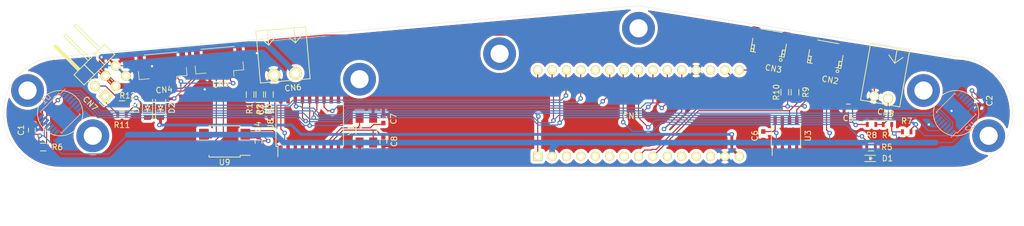
<source format=kicad_pcb>
(kicad_pcb (version 20171130) (host pcbnew 5.1.12-84ad8e8a86~92~ubuntu18.04.1)
  (title_block (title l3xz-hw_leg-controller) (date 2022-04-08) (rev 0.1) (company 107-systems))
  (layers (0 F.Cu signal) (31 B.Cu signal) (34 B.Paste user) (35 F.Paste user) (36 B.SilkS user) (37 F.SilkS user) (38 B.Mask user) (39 F.Mask user) (44 Edge.Cuts user))
  (net 0 "")
  (net 1 +3V3)
  (net 2 GND)
  (net 3 MCP2515_CS)
  (net 4 MCP2515_INT)
  (net 5 MOSI)
  (net 6 SCK)
  (net 7 MISO)
  (net 8 "Net-(R3-Pad2)")
  (net 9 /MCP2515/TXCAN)
  (net 10 /MCP2515/RXCAN)
  (net 11 /BUMPER)
  (net 12 AS5048_2_CS)
  (net 13 AS5048_1_CS)
  (net 14 /LED)
  (net 15 "Net-(D1-Pad2)")
  (net 16 "Net-(C7-Pad1)")
  (net 17 "Net-(C8-Pad1)")
  (net 18 /SERVO2)
  (net 19 /SERVO1)
  (net 20 SER_TX)
  (net 21 SER_RX)
  (net 22 I2C_SCL)
  (net 23 I2C_SDA)
  (net 24 /MCP2515/CANVCC)
  (net 25 /MCP2515/CANH)
  (net 26 /MCP2515/CANL)
  (net 27 /SERVO1_R)
  (net 28 /SERVO2_R)
  (net 29 +BATT)
  (net 30 /V_IN)
  (net 31 /BUMPER_R)
  (module MECH_mounting_holes:MHP_3.2_5.8 (layer F.Cu) (at 102.8 84)
    (fp_text reference MECH1 hide)
    (fp_text value MHP_3.2_5.8 hide)
    (pad 1 thru_hole circle (at 0 0) (size 5.8 5.8) (drill 3.2) (layers *.Cu *.Mask))
  )
  (module MECH_mounting_holes:MHP_3.2_5.8 (layer F.Cu) (at 152 75)
    (fp_text reference MECH2 hide)
    (fp_text value MHP_3.2_5.8)
    (pad 1 thru_hole circle (at 0 0) (size 5.8 5.8) (drill 3.2) (layers *.Cu *.Mask))
  )
  (module MECH_mounting_holes:MHP_3.2_5.8 (layer F.Cu) (at 55.75 94)
    (fp_text reference MECH3 hide)
    (fp_text value MHP_3.2_5.8)
    (pad 1 thru_hole circle (at 0 0) (size 5.8 5.8) (drill 3.2) (layers *.Cu *.Mask))
  )
  (module MECH_mounting_holes:MHP_3.2_5.8 (layer F.Cu) (at 213.75 94)
    (fp_text reference MECH4 hide)
    (fp_text value MHP_3.2_5.8)
    (pad 1 thru_hole circle (at 0 0) (size 5.8 5.8) (drill 3.2) (layers *.Cu *.Mask))
  )
  (module capacitors:C_0603 (layer F.Cu) (at 86.9 89.6 270)
    (fp_text reference C3 (at -0.2 1.5 90) (layer F.SilkS))
    (fp_text value 100nF)
    (pad 2 smd rect (at 0.75 0 270) (size 0.8 0.75) (layers F.Cu F.Paste F.Mask) (net 2 GND))
    (pad 1 smd rect (at -0.75 0 270) (size 0.8 0.75) (layers F.Cu F.Paste F.Mask) (net 1 +3V3))
  )
  (module capacitors:C_0603 (layer F.Cu) (at 85 95 270)
    (fp_text reference C4 (at -2.6 0.1 90) (layer F.SilkS))
    (fp_text value 100nF)
    (pad 1 smd rect (at -0.75 0 270) (size 0.8 0.75) (layers F.Cu F.Paste F.Mask) (net 1 +3V3))
    (pad 2 smd rect (at 0.75 0 270) (size 0.8 0.75) (layers F.Cu F.Paste F.Mask) (net 2 GND))
  )
  (module resistors:R_0603 (layer F.Cu) (at 83.5 86.7 90)
    (fp_text reference R1 (at -2.5 -0.1 90) (layer F.SilkS))
    (fp_text value 10k)
    (pad 1 smd rect (at -0.75 0 90) (size 0.5 0.9) (layers F.Cu F.Paste F.Mask) (net 1 +3V3))
    (pad 2 smd rect (at 0.75 0 90) (size 0.5 0.9) (layers F.Cu F.Paste F.Mask) (net 4 MCP2515_INT))
  )
  (module resistors:R_0603 (layer F.Cu) (at 85.2 86.7 90)
    (fp_text reference R2 (at -2.6 0 90) (layer F.SilkS))
    (fp_text value 10k)
    (pad 2 smd rect (at 0.75 0 90) (size 0.5 0.9) (layers F.Cu F.Paste F.Mask) (net 3 MCP2515_CS))
    (pad 1 smd rect (at -0.75 0 90) (size 0.5 0.9) (layers F.Cu F.Paste F.Mask) (net 1 +3V3))
  )
  (module resistors:R_0603 (layer F.Cu) (at 86.9 86.7 90)
    (fp_text reference R3 (at -2.6 -0.1 90) (layer F.SilkS))
    (fp_text value 10k)
    (pad 1 smd rect (at -0.75 0 90) (size 0.5 0.9) (layers F.Cu F.Paste F.Mask) (net 1 +3V3))
    (pad 2 smd rect (at 0.75 0 90) (size 0.5 0.9) (layers F.Cu F.Paste F.Mask) (net 8 "Net-(R3-Pad2)"))
  )
  (module SOIC:SOIC-18_7.5x11.6mm_Pitch1.27mm (layer F.Cu) (at 94 92 90)
    (fp_text reference U8 (at 0 -6.875 90) (layer F.SilkS))
    (fp_text value MCP2515)
    (pad 1 smd rect (at -4.7 -5.08 90) (size 2 0.6) (layers F.Cu F.Paste F.Mask) (net 9 /MCP2515/TXCAN))
    (pad 2 smd rect (at -4.7 -3.81 90) (size 2 0.6) (layers F.Cu F.Paste F.Mask) (net 10 /MCP2515/RXCAN))
    (pad 3 smd rect (at -4.7 -2.54 90) (size 2 0.6) (layers F.Cu F.Paste F.Mask))
    (pad 4 smd rect (at -4.7 -1.27 90) (size 2 0.6) (layers F.Cu F.Paste F.Mask))
    (pad 5 smd rect (at -4.7 0 90) (size 2 0.6) (layers F.Cu F.Paste F.Mask))
    (pad 6 smd rect (at -4.7 1.27 90) (size 2 0.6) (layers F.Cu F.Paste F.Mask))
    (pad 7 smd rect (at -4.7 2.54 90) (size 2 0.6) (layers F.Cu F.Paste F.Mask) (net 16 "Net-(C7-Pad1)"))
    (pad 8 smd rect (at -4.7 3.81 90) (size 2 0.6) (layers F.Cu F.Paste F.Mask) (net 17 "Net-(C8-Pad1)"))
    (pad 9 smd rect (at -4.7 5.08 90) (size 2 0.6) (layers F.Cu F.Paste F.Mask) (net 2 GND))
    (pad 10 smd rect (at 4.7 5.08 90) (size 2 0.6) (layers F.Cu F.Paste F.Mask))
    (pad 11 smd rect (at 4.7 3.81 90) (size 2 0.6) (layers F.Cu F.Paste F.Mask))
    (pad 12 smd rect (at 4.7 2.54 90) (size 2 0.6) (layers F.Cu F.Paste F.Mask) (net 4 MCP2515_INT))
    (pad 13 smd rect (at 4.7 1.27 90) (size 2 0.6) (layers F.Cu F.Paste F.Mask) (net 6 SCK))
    (pad 14 smd rect (at 4.7 0 90) (size 2 0.6) (layers F.Cu F.Paste F.Mask) (net 5 MOSI))
    (pad 15 smd rect (at 4.7 -1.27 90) (size 2 0.6) (layers F.Cu F.Paste F.Mask) (net 7 MISO))
    (pad 16 smd rect (at 4.7 -2.54 90) (size 2 0.6) (layers F.Cu F.Paste F.Mask) (net 3 MCP2515_CS))
    (pad 17 smd rect (at 4.7 -3.81 90) (size 2 0.6) (layers F.Cu F.Paste F.Mask) (net 8 "Net-(R3-Pad2)"))
    (pad 18 smd rect (at 4.7 -5.08 90) (size 2 0.6) (layers F.Cu F.Paste F.Mask) (net 1 +3V3))
  )
  (module SOIC:SOIJ-8_5.3x5.3mm_Pitch1.27mm (layer F.Cu) (at 79 95 180)
    (fp_text reference U9 (at 0 -3.68) (layer F.SilkS))
    (fp_text value SN65HVD232)
    (pad 1 smd rect (at -3.65 -1.905 180) (size 1.7 0.65) (layers F.Cu F.Paste F.Mask) (net 9 /MCP2515/TXCAN))
    (pad 2 smd rect (at -3.65 -0.635 180) (size 1.7 0.65) (layers F.Cu F.Paste F.Mask) (net 2 GND))
    (pad 3 smd rect (at -3.65 0.635 180) (size 1.7 0.65) (layers F.Cu F.Paste F.Mask) (net 1 +3V3))
    (pad 4 smd rect (at -3.65 1.905 180) (size 1.7 0.65) (layers F.Cu F.Paste F.Mask) (net 10 /MCP2515/RXCAN))
    (pad 5 smd rect (at 3.65 1.905 180) (size 1.7 0.65) (layers F.Cu F.Paste F.Mask))
    (pad 6 smd rect (at 3.65 0.635 180) (size 1.7 0.65) (layers F.Cu F.Paste F.Mask) (net 26 /MCP2515/CANL))
    (pad 7 smd rect (at 3.65 -0.635 180) (size 1.7 0.65) (layers F.Cu F.Paste F.Mask) (net 25 /MCP2515/CANH))
    (pad 8 smd rect (at 3.65 -1.905 180) (size 1.7 0.65) (layers F.Cu F.Paste F.Mask))
  )
  (module crystals:Crystal_SMD_0603_4Pads (layer F.Cu) (at 104 93 270)
    (fp_text reference Y1 (at 0 2.7 90) (layer F.SilkS))
    (fp_text value 16MHz)
    (pad 1 smd rect (at -2.19964 1.19888 270) (size 1.80086 1.39954) (layers F.Cu F.Paste F.Mask) (net 16 "Net-(C7-Pad1)"))
    (pad 2 smd rect (at 2.19964 1.19888 270) (size 1.80086 1.39954) (layers F.Cu F.Paste F.Mask) (net 2 GND))
    (pad 3 smd rect (at 2.19964 -1.19888 270) (size 1.80086 1.39954) (layers F.Cu F.Paste F.Mask) (net 17 "Net-(C8-Pad1)"))
    (pad 4 smd rect (at -2.19964 -1.19888 270) (size 1.80086 1.39954) (layers F.Cu F.Paste F.Mask) (net 2 GND))
  )
  (module MECH_mounting_holes:MHP_3.2_5.8 (layer F.Cu) (at 127.5 79.5)
    (fp_text reference MECH5 hide)
    (fp_text value MHP_3.2_5.8)
    (pad 1 thru_hole circle (at 0 0) (size 5.8 5.8) (drill 3.2) (layers *.Cu *.Mask))
  )
  (module MECH_mounting_holes:MHP_3.2_5.8 (layer F.Cu) (at 44.25 86)
    (fp_text reference MECH6 hide)
    (fp_text value MHP_3.2_5.8)
    (pad 1 thru_hole circle (at 0 0) (size 5.8 5.8) (drill 3.2) (layers *.Cu *.Mask))
  )
  (module MECH_mounting_holes:MHP_3.2_5.8 (layer F.Cu) (at 202.25 86)
    (fp_text reference MECH7 hide)
    (fp_text value MHP_3.2_5.8)
    (pad 1 thru_hole circle (at 0 0) (size 5.8 5.8) (drill 3.2) (layers *.Cu *.Mask))
  )
  (module MODULE_compute:ARDUINO_NANO_33 (layer F.Cu) (at 152 90)
    (fp_text reference CN1 (at -1.27 0.5) (layer F.SilkS))
    (fp_text value ARDUINO_NANO_33)
    (pad 28 thru_hole circle (at -12.7 -7.62) (size 1.6 1.6) (drill 1) (layers *.Cu *.Mask F.SilkS) (net 18 /SERVO2))
    (pad 27 thru_hole circle (at -10.16 -7.62) (size 1.6 1.6) (drill 1) (layers *.Cu *.Mask F.SilkS) (net 19 /SERVO1))
    (pad 26 thru_hole circle (at -7.62 -7.62) (size 1.6 1.6) (drill 1) (layers *.Cu *.Mask F.SilkS))
    (pad 25 thru_hole circle (at -5.08 -7.62) (size 1.6 1.6) (drill 1) (layers *.Cu *.Mask F.SilkS) (net 4 MCP2515_INT))
    (pad 24 thru_hole circle (at -2.54 -7.62) (size 1.6 1.6) (drill 1) (layers *.Cu *.Mask F.SilkS) (net 11 /BUMPER))
    (pad 23 thru_hole circle (at 0 -7.62) (size 1.6 1.6) (drill 1) (layers *.Cu *.Mask F.SilkS) (net 12 AS5048_2_CS))
    (pad 22 thru_hole circle (at 2.54 -7.62) (size 1.6 1.6) (drill 1) (layers *.Cu *.Mask F.SilkS) (net 13 AS5048_1_CS))
    (pad 21 thru_hole circle (at 5.08 -7.62) (size 1.6 1.6) (drill 1) (layers *.Cu *.Mask F.SilkS) (net 3 MCP2515_CS))
    (pad 20 thru_hole circle (at 7.62 -7.62) (size 1.6 1.6) (drill 1) (layers *.Cu *.Mask F.SilkS) (net 14 /LED))
    (pad 19 thru_hole circle (at 10.16 -7.62) (size 1.6 1.6) (drill 1) (layers *.Cu *.Mask F.SilkS) (net 2 GND))
    (pad 18 thru_hole circle (at 12.7 -7.62) (size 1.6 1.6) (drill 1) (layers *.Cu *.Mask F.SilkS))
    (pad 17 thru_hole circle (at 15.24 -7.62) (size 1.6 1.6) (drill 1) (layers *.Cu *.Mask F.SilkS) (net 20 SER_TX))
    (pad 16 thru_hole circle (at 17.78 -7.62) (size 1.6 1.6) (drill 1) (layers *.Cu *.Mask F.SilkS) (net 21 SER_RX))
    (pad 15 thru_hole circle (at 17.78 7.62) (size 1.6 1.6) (drill 1) (layers *.Cu *.Mask F.SilkS) (net 29 +BATT))
    (pad 14 thru_hole circle (at 15.24 7.62) (size 1.6 1.6) (drill 1) (layers *.Cu *.Mask F.SilkS) (net 2 GND))
    (pad 13 thru_hole circle (at 12.7 7.62) (size 1.6 1.6) (drill 1) (layers *.Cu *.Mask F.SilkS))
    (pad 12 thru_hole circle (at 10.16 7.62) (size 1.6 1.6) (drill 1) (layers *.Cu *.Mask F.SilkS))
    (pad 11 thru_hole circle (at 7.62 7.62) (size 1.6 1.6) (drill 1) (layers *.Cu *.Mask F.SilkS))
    (pad 10 thru_hole circle (at 5.08 7.62) (size 1.6 1.6) (drill 1) (layers *.Cu *.Mask F.SilkS))
    (pad 9 thru_hole circle (at 2.54 7.62) (size 1.6 1.6) (drill 1) (layers *.Cu *.Mask F.SilkS) (net 22 I2C_SCL))
    (pad 8 thru_hole circle (at 0 7.62) (size 1.6 1.6) (drill 1) (layers *.Cu *.Mask F.SilkS) (net 23 I2C_SDA))
    (pad 7 thru_hole circle (at -2.54 7.62) (size 1.6 1.6) (drill 1) (layers *.Cu *.Mask F.SilkS))
    (pad 6 thru_hole circle (at -5.08 7.62) (size 1.6 1.6) (drill 1) (layers *.Cu *.Mask F.SilkS))
    (pad 5 thru_hole circle (at -7.62 7.62) (size 1.6 1.6) (drill 1) (layers *.Cu *.Mask F.SilkS))
    (pad 4 thru_hole circle (at -10.16 7.62) (size 1.6 1.6) (drill 1) (layers *.Cu *.Mask F.SilkS))
    (pad 3 thru_hole circle (at -12.7 7.62) (size 1.6 1.6) (drill 1) (layers *.Cu *.Mask F.SilkS))
    (pad 2 thru_hole circle (at -15.24 7.62) (size 1.6 1.6) (drill 1) (layers *.Cu *.Mask F.SilkS) (net 1 +3V3))
    (pad 1 thru_hole rect (at -17.78 7.62) (size 1.6 1.6) (drill 1) (layers *.Cu *.Mask F.SilkS) (net 6 SCK))
    (pad 29 thru_hole circle (at -15.24 -7.62) (size 1.6 1.6) (drill 1) (layers *.Cu *.Mask F.SilkS) (net 5 MOSI))
    (pad 30 thru_hole circle (at -17.78 -7.62) (size 1.6 1.6) (drill 1) (layers *.Cu *.Mask F.SilkS) (net 7 MISO))
  )
  (module capacitors:C_0603 (layer F.Cu) (at 45 93 90)
    (fp_text reference C1 (at 0 -1.9 90) (layer F.SilkS))
    (fp_text value 100nF)
    (pad 2 smd rect (at 0.75 0 90) (size 0.8 0.75) (layers F.Cu F.Paste F.Mask) (net 2 GND))
    (pad 1 smd rect (at -0.75 0 90) (size 0.8 0.75) (layers F.Cu F.Paste F.Mask) (net 1 +3V3))
  )
  (module capacitors:C_0603 (layer F.Cu) (at 212 87.8 270)
    (fp_text reference C2 (at 0 -1.9 90) (layer F.SilkS))
    (fp_text value 100nF)
    (pad 1 smd rect (at -0.75 0 270) (size 0.8 0.75) (layers F.Cu F.Paste F.Mask) (net 1 +3V3))
    (pad 2 smd rect (at 0.75 0 270) (size 0.8 0.75) (layers F.Cu F.Paste F.Mask) (net 2 GND))
  )
  (module LEDs:LED_0603 (layer F.Cu) (at 193 98)
    (fp_text reference D1 (at 2.9 0) (layer F.SilkS))
    (fp_text value Led_Small)
    (pad 2 smd rect (at 0.7493 0 180) (size 0.79756 0.79756) (layers F.Cu F.Paste F.Mask) (net 15 "Net-(D1-Pad2)"))
    (pad 1 smd rect (at -0.7493 0 180) (size 0.79756 0.79756) (layers F.Cu F.Paste F.Mask) (net 2 GND))
  )
  (module resistors:R_0603 (layer F.Cu) (at 195.9 92 180)
    (fp_text reference R4 (at 0 -1.9) (layer F.SilkS))
    (fp_text value 10k)
    (pad 2 smd rect (at 0.75 0 180) (size 0.5 0.9) (layers F.Cu F.Paste F.Mask) (net 31 /BUMPER_R))
    (pad 1 smd rect (at -0.75 0 180) (size 0.5 0.9) (layers F.Cu F.Paste F.Mask) (net 1 +3V3))
  )
  (module resistors:R_0603 (layer F.Cu) (at 193 96)
    (fp_text reference R5 (at 2.8 0) (layer F.SilkS))
    (fp_text value 10k)
    (pad 1 smd rect (at -0.75 0) (size 0.5 0.9) (layers F.Cu F.Paste F.Mask) (net 14 /LED))
    (pad 2 smd rect (at 0.75 0) (size 0.5 0.9) (layers F.Cu F.Paste F.Mask) (net 15 "Net-(D1-Pad2)"))
  )
  (module resistors:R_0603 (layer F.Cu) (at 47 96)
    (fp_text reference R6 (at 2.5 0) (layer F.SilkS))
    (fp_text value 10k)
    (pad 2 smd rect (at 0.75 0) (size 0.5 0.9) (layers F.Cu F.Paste F.Mask) (net 13 AS5048_1_CS))
    (pad 1 smd rect (at -0.75 0) (size 0.5 0.9) (layers F.Cu F.Paste F.Mask) (net 1 +3V3))
  )
  (module resistors:R_0603 (layer F.Cu) (at 199.3 93.3)
    (fp_text reference R7 (at 0 -1.9) (layer F.SilkS))
    (fp_text value 10k)
    (pad 1 smd rect (at -0.75 0) (size 0.5 0.9) (layers F.Cu F.Paste F.Mask) (net 1 +3V3))
    (pad 2 smd rect (at 0.75 0) (size 0.5 0.9) (layers F.Cu F.Paste F.Mask) (net 12 AS5048_2_CS))
  )
  (module SSOP:TSSOP-14_4.4x5mm_Pitch0.65mm (layer B.Cu) (at 50 90 225)
    (fp_text reference U1 (at 0 3.55 225) (layer B.SilkS) (effects (justify mirror)))
    (fp_text value AS5048A)
    (pad 1 smd rect (at -2.95 1.95 225) (size 1.45 0.45) (layers B.Cu B.Paste B.Mask) (net 13 AS5048_1_CS))
    (pad 2 smd rect (at -2.95 1.3 225) (size 1.45 0.45) (layers B.Cu B.Paste B.Mask) (net 6 SCK))
    (pad 3 smd rect (at -2.95 0.65 225) (size 1.45 0.45) (layers B.Cu B.Paste B.Mask) (net 7 MISO))
    (pad 4 smd rect (at -2.95 0 225) (size 1.45 0.45) (layers B.Cu B.Paste B.Mask) (net 5 MOSI))
    (pad 5 smd rect (at -2.95 -0.65 225) (size 1.45 0.45) (layers B.Cu B.Paste B.Mask) (net 2 GND))
    (pad 6 smd rect (at -2.95 -1.3 225) (size 1.45 0.45) (layers B.Cu B.Paste B.Mask))
    (pad 7 smd rect (at -2.95 -1.95 225) (size 1.45 0.45) (layers B.Cu B.Paste B.Mask))
    (pad 8 smd rect (at 2.95 -1.95 225) (size 1.45 0.45) (layers B.Cu B.Paste B.Mask))
    (pad 9 smd rect (at 2.95 -1.3 225) (size 1.45 0.45) (layers B.Cu B.Paste B.Mask))
    (pad 10 smd rect (at 2.95 -0.65 225) (size 1.45 0.45) (layers B.Cu B.Paste B.Mask))
    (pad 11 smd rect (at 2.95 0 225) (size 1.45 0.45) (layers B.Cu B.Paste B.Mask) (net 1 +3V3))
    (pad 12 smd rect (at 2.95 0.65 225) (size 1.45 0.45) (layers B.Cu B.Paste B.Mask))
    (pad 13 smd rect (at 2.95 1.3 225) (size 1.45 0.45) (layers B.Cu B.Paste B.Mask) (net 2 GND))
    (pad 14 smd rect (at 2.95 1.95 225) (size 1.45 0.45) (layers B.Cu B.Paste B.Mask))
  )
  (module SSOP:TSSOP-14_4.4x5mm_Pitch0.65mm (layer B.Cu) (at 208 90 45)
    (fp_text reference U2 (at 0 3.55 45) (layer B.SilkS) (effects (justify mirror)))
    (fp_text value AS5048A)
    (pad 14 smd rect (at 2.95 1.95 45) (size 1.45 0.45) (layers B.Cu B.Paste B.Mask))
    (pad 13 smd rect (at 2.95 1.3 45) (size 1.45 0.45) (layers B.Cu B.Paste B.Mask) (net 2 GND))
    (pad 12 smd rect (at 2.95 0.65 45) (size 1.45 0.45) (layers B.Cu B.Paste B.Mask))
    (pad 11 smd rect (at 2.95 0 45) (size 1.45 0.45) (layers B.Cu B.Paste B.Mask) (net 1 +3V3))
    (pad 10 smd rect (at 2.95 -0.65 45) (size 1.45 0.45) (layers B.Cu B.Paste B.Mask))
    (pad 9 smd rect (at 2.95 -1.3 45) (size 1.45 0.45) (layers B.Cu B.Paste B.Mask))
    (pad 8 smd rect (at 2.95 -1.95 45) (size 1.45 0.45) (layers B.Cu B.Paste B.Mask))
    (pad 7 smd rect (at -2.95 -1.95 45) (size 1.45 0.45) (layers B.Cu B.Paste B.Mask))
    (pad 6 smd rect (at -2.95 -1.3 45) (size 1.45 0.45) (layers B.Cu B.Paste B.Mask))
    (pad 5 smd rect (at -2.95 -0.65 45) (size 1.45 0.45) (layers B.Cu B.Paste B.Mask) (net 2 GND))
    (pad 4 smd rect (at -2.95 0 45) (size 1.45 0.45) (layers B.Cu B.Paste B.Mask) (net 5 MOSI))
    (pad 3 smd rect (at -2.95 0.65 45) (size 1.45 0.45) (layers B.Cu B.Paste B.Mask) (net 7 MISO))
    (pad 2 smd rect (at -2.95 1.3 45) (size 1.45 0.45) (layers B.Cu B.Paste B.Mask) (net 6 SCK))
    (pad 1 smd rect (at -2.95 1.95 45) (size 1.45 0.45) (layers B.Cu B.Paste B.Mask) (net 12 AS5048_2_CS))
  )
  (module capacitors:C_0603 (layer F.Cu) (at 189 89 180)
    (fp_text reference C5 (at 0 -1.9) (layer F.SilkS))
    (fp_text value 100nF)
    (pad 2 smd rect (at 0.75 0 180) (size 0.8 0.75) (layers F.Cu F.Paste F.Mask) (net 2 GND))
    (pad 1 smd rect (at -0.75 0 180) (size 0.8 0.75) (layers F.Cu F.Paste F.Mask) (net 11 /BUMPER))
  )
  (module capacitors:C_0603 (layer F.Cu) (at 174 94 270)
    (fp_text reference C6 (at 0 1.5 90) (layer F.SilkS))
    (fp_text value 100nF)
    (pad 1 smd rect (at -0.75 0 270) (size 0.8 0.75) (layers F.Cu F.Paste F.Mask) (net 1 +3V3))
    (pad 2 smd rect (at 0.75 0 270) (size 0.8 0.75) (layers F.Cu F.Paste F.Mask) (net 2 GND))
  )
  (module capacitors:C_0603 (layer F.Cu) (at 107 91 90)
    (fp_text reference C7 (at 0 1.8 90) (layer F.SilkS))
    (fp_text value 10pF)
    (pad 2 smd rect (at 0.75 0 90) (size 0.8 0.75) (layers F.Cu F.Paste F.Mask) (net 2 GND))
    (pad 1 smd rect (at -0.75 0 90) (size 0.8 0.75) (layers F.Cu F.Paste F.Mask) (net 16 "Net-(C7-Pad1)"))
  )
  (module capacitors:C_0603 (layer F.Cu) (at 107 95 270)
    (fp_text reference C8 (at 0 -1.9 90) (layer F.SilkS))
    (fp_text value 10pF)
    (pad 1 smd rect (at -0.75 0 270) (size 0.8 0.75) (layers F.Cu F.Paste F.Mask) (net 17 "Net-(C8-Pad1)"))
    (pad 2 smd rect (at 0.75 0 270) (size 0.8 0.75) (layers F.Cu F.Paste F.Mask) (net 2 GND))
  )
  (module connectors_JST_SH:Connectors_JST_SM04B-SRSS-TB (layer F.Cu) (at 185 80 170)
    (fp_text reference CN2 (at -1.5 -3.9375 170) (layer F.SilkS))
    (fp_text value SM04B-SRSS-TB)
    (pad 1 smd rect (at -1.5 -1.9375 170) (size 0.6 1.55) (layers F.Cu F.Paste F.Mask) (net 2 GND))
    (pad 2 smd rect (at -0.5 -1.9375 170) (size 0.6 1.55) (layers F.Cu F.Paste F.Mask) (net 1 +3V3))
    (pad 3 smd rect (at 0.5 -1.9375 170) (size 0.6 1.55) (layers F.Cu F.Paste F.Mask) (net 23 I2C_SDA))
    (pad 4 smd rect (at 1.5 -1.9375 170) (size 0.6 1.55) (layers F.Cu F.Paste F.Mask) (net 22 I2C_SCL))
    (pad "" smd rect (at -2.8 1.9375 170) (size 1.2 1.8) (layers F.Cu F.Paste F.Mask))
    (pad "" smd rect (at 2.8 1.9375 170) (size 1.2 1.8) (layers F.Cu F.Paste F.Mask))
  )
  (module connectors_JST_SH:Connectors_JST_SM04B-SRSS-TB (layer F.Cu) (at 175 78 170)
    (fp_text reference CN3 (at -1.5 -3.9375 170) (layer F.SilkS))
    (fp_text value SM04B-SRSS-TB)
    (pad "" smd rect (at 2.8 1.9375 170) (size 1.2 1.8) (layers F.Cu F.Paste F.Mask))
    (pad "" smd rect (at -2.8 1.9375 170) (size 1.2 1.8) (layers F.Cu F.Paste F.Mask))
    (pad 4 smd rect (at 1.5 -1.9375 170) (size 0.6 1.55) (layers F.Cu F.Paste F.Mask) (net 21 SER_RX))
    (pad 3 smd rect (at 0.5 -1.9375 170) (size 0.6 1.55) (layers F.Cu F.Paste F.Mask) (net 20 SER_TX))
    (pad 2 smd rect (at -0.5 -1.9375 170) (size 0.6 1.55) (layers F.Cu F.Paste F.Mask) (net 1 +3V3))
    (pad 1 smd rect (at -1.5 -1.9375 170) (size 0.6 1.55) (layers F.Cu F.Paste F.Mask) (net 2 GND))
  )
  (module Connector_JST:JST_GH_SM04B-GHS-TB_1x04-1MP_P1.25mm_Horizontal (layer F.Cu) (at 68 82 185)
    (fp_text reference CN4 (at 0 -3.9 5) (layer F.SilkS))
    (fp_text value GH_SM04B-GHS-TB)
    (pad 1 smd roundrect (at -1.875 -1.85 185) (size 0.6 1.7) (layers F.Cu F.Paste F.Mask) (net 24 /MCP2515/CANVCC))
    (pad 2 smd roundrect (at -0.625 -1.85 185) (size 0.6 1.7) (layers F.Cu F.Paste F.Mask) (net 25 /MCP2515/CANH))
    (pad 3 smd roundrect (at 0.625 -1.85 185) (size 0.6 1.7) (layers F.Cu F.Paste F.Mask) (net 26 /MCP2515/CANL))
    (pad 4 smd roundrect (at 1.875 -1.85 185) (size 0.6 1.7) (layers F.Cu F.Paste F.Mask) (net 2 GND))
    (pad MP smd roundrect (at -3.725 1.35 185) (size 1 2.7) (layers F.Cu F.Paste F.Mask))
    (pad MP smd roundrect (at 3.725 1.35 185) (size 1 2.7) (layers F.Cu F.Paste F.Mask))
  )
  (module Connector_JST:JST_GH_SM04B-GHS-TB_1x04-1MP_P1.25mm_Horizontal (layer F.Cu) (at 78 81 185)
    (fp_text reference CN5 (at 0 -3.9 5) (layer F.SilkS))
    (fp_text value GH_SM04B-GHS-TB)
    (pad MP smd roundrect (at 3.725 1.35 185) (size 1 2.7) (layers F.Cu F.Paste F.Mask))
    (pad MP smd roundrect (at -3.725 1.35 185) (size 1 2.7) (layers F.Cu F.Paste F.Mask))
    (pad 4 smd roundrect (at 1.875 -1.85 185) (size 0.6 1.7) (layers F.Cu F.Paste F.Mask) (net 2 GND))
    (pad 3 smd roundrect (at 0.625 -1.85 185) (size 0.6 1.7) (layers F.Cu F.Paste F.Mask) (net 26 /MCP2515/CANL))
    (pad 2 smd roundrect (at -0.625 -1.85 185) (size 0.6 1.7) (layers F.Cu F.Paste F.Mask) (net 25 /MCP2515/CANH))
    (pad 1 smd roundrect (at -1.875 -1.85 185) (size 0.6 1.7) (layers F.Cu F.Paste F.Mask) (net 24 /MCP2515/CANVCC))
  )
  (module pin_headers:Pin_Header_Angled_2x03 (layer F.Cu) (at 58 87 135)
    (fp_text reference CN7 (at 0.989949 -2.828427 135) (layer F.SilkS))
    (fp_text value CONN_02X03)
    (pad 1 thru_hole rect (at 0 0 135) (size 1.7272 1.7272) (drill 1.016) (layers *.Cu *.Mask F.SilkS) (net 27 /SERVO1_R))
    (pad 2 thru_hole oval (at 2.54 0 135) (size 1.7272 1.7272) (drill 1.016) (layers *.Cu *.Mask F.SilkS) (net 28 /SERVO2_R))
    (pad 3 thru_hole oval (at 0 2.54 135) (size 1.7272 1.7272) (drill 1.016) (layers *.Cu *.Mask F.SilkS) (net 30 /V_IN))
    (pad 4 thru_hole oval (at 2.54 2.54 135) (size 1.7272 1.7272) (drill 1.016) (layers *.Cu *.Mask F.SilkS) (net 30 /V_IN))
    (pad 5 thru_hole oval (at 0 5.08 135) (size 1.7272 1.7272) (drill 1.016) (layers *.Cu *.Mask F.SilkS) (net 2 GND))
    (pad 6 thru_hole oval (at 2.54 5.08 135) (size 1.7272 1.7272) (drill 1.016) (layers *.Cu *.Mask F.SilkS) (net 2 GND))
  )
  (module diodes:SOD-123 (layer F.Cu) (at 67.7 89.1 90)
    (fp_text reference D2 (at 0 2 90) (layer F.SilkS))
    (fp_text value DNI)
    (pad 1 smd rect (at -1.635 0 90) (size 0.91 1.22) (layers F.Cu F.Paste F.Mask) (net 29 +BATT))
    (pad 2 smd rect (at 1.635 0 90) (size 0.91 1.22) (layers F.Cu F.Paste F.Mask) (net 24 /MCP2515/CANVCC))
  )
  (module resistors:R_0603 (layer F.Cu) (at 193.1 92 180)
    (fp_text reference R8 (at 0 -1.9) (layer F.SilkS))
    (fp_text value 1k)
    (pad 1 smd rect (at -0.75 0 180) (size 0.5 0.9) (layers F.Cu F.Paste F.Mask) (net 31 /BUMPER_R))
    (pad 2 smd rect (at 0.75 0 180) (size 0.5 0.9) (layers F.Cu F.Paste F.Mask) (net 11 /BUMPER))
  )
  (module SOIC:SOIC-8_3.9x4.9mm_Pitch1.27mm (layer F.Cu) (at 178 94 90)
    (fp_text reference U3 (at 0 3.9 270) (layer F.SilkS))
    (fp_text value 24LC64)
    (pad 1 smd rect (at -2.7045 -1.9085 90) (size 1.55 0.6) (layers F.Cu F.Paste F.Mask) (net 2 GND))
    (pad 2 smd rect (at -2.7045 -0.6385 90) (size 1.55 0.6) (layers F.Cu F.Paste F.Mask) (net 2 GND))
    (pad 3 smd rect (at -2.7045 0.6315 90) (size 1.55 0.6) (layers F.Cu F.Paste F.Mask) (net 2 GND))
    (pad 4 smd rect (at -2.7045 1.9015 90) (size 1.55 0.6) (layers F.Cu F.Paste F.Mask) (net 2 GND))
    (pad 5 smd rect (at 2.6955 1.9015 90) (size 1.55 0.6) (layers F.Cu F.Paste F.Mask) (net 23 I2C_SDA))
    (pad 6 smd rect (at 2.6955 0.6315 90) (size 1.55 0.6) (layers F.Cu F.Paste F.Mask) (net 22 I2C_SCL))
    (pad 7 smd rect (at 2.6955 -0.6385 90) (size 1.55 0.6) (layers F.Cu F.Paste F.Mask) (net 2 GND))
    (pad 8 smd rect (at 2.6955 -1.9085 90) (size 1.55 0.6) (layers F.Cu F.Paste F.Mask) (net 1 +3V3))
  )
  (module resistors:R_0603 (layer F.Cu) (at 179.6 86.3 270)
    (fp_text reference R9 (at 0 -1.9 90) (layer F.SilkS))
    (fp_text value 10k)
    (pad 2 smd rect (at 0.75 0 270) (size 0.5 0.9) (layers F.Cu F.Paste F.Mask) (net 22 I2C_SCL))
    (pad 1 smd rect (at -0.75 0 270) (size 0.5 0.9) (layers F.Cu F.Paste F.Mask) (net 1 +3V3))
  )
  (module resistors:R_0603 (layer F.Cu) (at 177.8 86.3 270)
    (fp_text reference R10 (at 0 1.5 90) (layer F.SilkS))
    (fp_text value 10k)
    (pad 1 smd rect (at -0.75 0 270) (size 0.5 0.9) (layers F.Cu F.Paste F.Mask) (net 1 +3V3))
    (pad 2 smd rect (at 0.75 0 270) (size 0.5 0.9) (layers F.Cu F.Paste F.Mask) (net 23 I2C_SDA))
  )
  (module resistors:R_0603 (layer F.Cu) (at 60.9 90.2 180)
    (fp_text reference R11 (at 0 -1.9) (layer F.SilkS))
    (fp_text value 100R)
    (pad 1 smd rect (at -0.75 0 180) (size 0.5 0.9) (layers F.Cu F.Paste F.Mask) (net 19 /SERVO1))
    (pad 2 smd rect (at 0.75 0 180) (size 0.5 0.9) (layers F.Cu F.Paste F.Mask) (net 27 /SERVO1_R))
  )
  (module resistors:R_0603 (layer F.Cu) (at 60.9 88.5)
    (fp_text reference R12 (at 1 -1.6) (layer F.SilkS))
    (fp_text value 100R)
    (pad 2 smd rect (at 0.75 0) (size 0.5 0.9) (layers F.Cu F.Paste F.Mask) (net 18 /SERVO2))
    (pad 1 smd rect (at -0.75 0) (size 0.5 0.9) (layers F.Cu F.Paste F.Mask) (net 28 /SERVO2_R))
  )
  (module CON_wuerth:WR-TBL_691322310002 (layer F.Cu) (at 89.6 83.1 185)
    (fp_text reference CN6 (at -1.25 -2.54 5) (layer F.SilkS))
    (fp_text value 691322310002 hide)
    (pad 1 thru_hole circle (at -1.905 0 185) (size 2.2 2.2) (drill 1.4) (layers *.Cu *.Mask F.SilkS) (net 30 /V_IN))
    (pad 2 thru_hole circle (at 1.905 0 185) (size 2.2 2.2) (drill 1.4) (layers *.Cu *.Mask F.SilkS) (net 2 GND))
  )
  (module CON_wuerth:WR-TBL_691382010002 (layer F.Cu) (at 194.8 87.2 170)
    (fp_text reference CN8 (at -1.25 -2.54 170) (layer F.SilkS))
    (fp_text value 691382010002 hide)
    (pad 1 thru_hole circle (at -1.25 0 170) (size 1.7 1.7) (drill 1.2) (layers *.Cu *.Mask F.SilkS) (net 31 /BUMPER_R))
    (pad 2 thru_hole circle (at 1.25 0 170) (size 1.7 1.7) (drill 1.2) (layers *.Cu *.Mask F.SilkS) (net 2 GND))
  )
  (module diodes:SOD-123 (layer F.Cu) (at 65.4 89.1 90)
    (fp_text reference D3 (at 0 -2 90) (layer F.SilkS))
    (fp_text value DNI)
    (pad 1 smd rect (at -1.635 0 90) (size 0.91 1.22) (layers F.Cu F.Paste F.Mask) (net 29 +BATT))
    (pad 2 smd rect (at 1.635 0 90) (size 0.91 1.22) (layers F.Cu F.Paste F.Mask) (net 30 /V_IN))
  )
  (gr_line (start 208 80) (end 152 71) (layer Edge.Cuts) (width 0.05))
  (gr_circle (center 208 90) (end 212 90) (layer F.SilkS) (width 0.12))
  (gr_circle (center 50 90) (end 54 90) (layer F.SilkS) (width 0.12))
  (gr_arc (start 208 90) (end 208 100) (angle -180) (layer Edge.Cuts) (width 0.05))
  (gr_arc (start 50 90) (end 50 80) (angle -180) (layer Edge.Cuts) (width 0.05))
  (gr_line (start 152 71) (end 50 80) (layer Edge.Cuts) (width 0.05))
  (gr_line (start 208 100) (end 50 100) (layer Edge.Cuts) (width 0.05))
  (segment (start 84.885 94.365) (end 85 94.25) (width 0.2) (layer F.Cu) (net 1))
  (segment (start 82.65 94.365) (end 84.885 94.365) (width 0.2) (layer F.Cu) (net 1))
  (segment (start 47.914035 92.085965) (end 47.2 92.8) (width 0.2) (layer B.Cu) (net 1))
  (segment (start 47.2 92.8) (end 47.2 94.1) (width 0.2) (layer B.Cu) (net 1))
  (segment (start 58.499999 97.200001) (end 61.9 93.8) (width 0.2) (layer B.Cu) (net 1))
  (segment (start 50.300001 97.200001) (end 58.499999 97.200001) (width 0.2) (layer B.Cu) (net 1))
  (segment (start 85.5 93.8) (end 61.9 93.8) (width 1) (layer B.Cu) (net 1))
  (segment (start 85.5 93.8) (end 85.6 93.8) (width 0.2) (layer B.Cu) (net 1))
  (via (at 86.7 94.9) (size 0.8) (drill 0.4) (layers F.Cu B.Cu) (net 1))
  (segment (start 85.6 93.8) (end 86.7 94.9) (width 0.2) (layer B.Cu) (net 1))
  (segment (start 85.65 94.9) (end 85 94.25) (width 0.2) (layer F.Cu) (net 1))
  (segment (start 86.7 94.9) (end 85.65 94.9) (width 0.2) (layer F.Cu) (net 1))
  (segment (start 45 93.75) (end 46.15 93.75) (width 0.2) (layer F.Cu) (net 1))
  (via (at 46.4 94) (size 0.8) (drill 0.4) (layers F.Cu B.Cu) (net 1))
  (segment (start 46.15 93.75) (end 46.4 94) (width 0.2) (layer F.Cu) (net 1))
  (segment (start 47.1 94) (end 47.35 94.25) (width 0.2) (layer B.Cu) (net 1))
  (segment (start 46.4 94) (end 47.1 94) (width 0.2) (layer B.Cu) (net 1))
  (segment (start 47.2 94.1) (end 47.35 94.25) (width 0.2) (layer B.Cu) (net 1))
  (segment (start 47.35 94.25) (end 50.300001 97.200001) (width 0.2) (layer B.Cu) (net 1))
  (segment (start 46.25 94.15) (end 46.4 94) (width 0.2) (layer F.Cu) (net 1))
  (segment (start 46.25 96) (end 46.25 94.15) (width 0.2) (layer F.Cu) (net 1))
  (segment (start 210.598107 87.401893) (end 211.501893 87.401893) (width 0.2) (layer B.Cu) (net 1))
  (segment (start 210.085965 87.914035) (end 210.598107 87.401893) (width 0.2) (layer B.Cu) (net 1))
  (segment (start 211.501893 87.401893) (end 212.9 88.8) (width 0.2) (layer B.Cu) (net 1))
  (segment (start 212.9 88.8) (end 212.9 89.6) (width 0.2) (layer B.Cu) (net 1))
  (segment (start 207.299999 95.200001) (end 204.400001 95.200001) (width 0.2) (layer B.Cu) (net 1))
  (segment (start 212.9 89.6) (end 207.299999 95.200001) (width 0.2) (layer B.Cu) (net 1))
  (segment (start 198.55 93.3) (end 197.4 93.3) (width 0.2) (layer F.Cu) (net 1))
  (via (at 197.1 93.6) (size 0.8) (drill 0.4) (layers F.Cu B.Cu) (net 1))
  (segment (start 197.4 93.3) (end 197.1 93.6) (width 0.2) (layer F.Cu) (net 1))
  (segment (start 197.500001 94.000001) (end 197.500001 95.200001) (width 0.2) (layer B.Cu) (net 1))
  (segment (start 197.1 93.6) (end 197.500001 94.000001) (width 0.2) (layer B.Cu) (net 1))
  (segment (start 197.500001 95.200001) (end 204.400001 95.200001) (width 1) (layer B.Cu) (net 1))
  (segment (start 212 87.05) (end 211.85 87.05) (width 0.2) (layer F.Cu) (net 1))
  (via (at 210.8 86) (size 0.8) (drill 0.4) (layers F.Cu B.Cu) (net 1))
  (segment (start 211.85 87.05) (end 210.8 86) (width 0.2) (layer F.Cu) (net 1))
  (segment (start 210.8 86) (end 210.8 87.37676) (width 0.2) (layer B.Cu) (net 1))
  (segment (start 210.262725 87.914035) (end 210.085965 87.914035) (width 0.2) (layer B.Cu) (net 1))
  (segment (start 210.8 87.37676) (end 210.262725 87.914035) (width 0.2) (layer B.Cu) (net 1))
  (segment (start 175.155961 79.994889) (end 175.155961 80.855961) (width 0.2) (layer F.Cu) (net 1))
  (segment (start 175.583867 81.283867) (end 180.516133 81.283867) (width 0.2) (layer F.Cu) (net 1))
  (segment (start 175.155961 80.855961) (end 175.583867 81.283867) (width 0.2) (layer F.Cu) (net 1))
  (segment (start 180.516133 81.283867) (end 181.5 80.3) (width 0.2) (layer F.Cu) (net 1))
  (segment (start 181.5 80.3) (end 184.8 80.3) (width 0.2) (layer F.Cu) (net 1))
  (segment (start 185.155961 80.655961) (end 185.155961 81.994889) (width 0.2) (layer F.Cu) (net 1))
  (segment (start 184.8 80.3) (end 185.155961 80.655961) (width 0.2) (layer F.Cu) (net 1))
  (segment (start 185.155961 81.994889) (end 185.155961 92.955961) (width 0.2) (layer F.Cu) (net 1))
  (via (at 185.7 93.5) (size 0.8) (drill 0.4) (layers F.Cu B.Cu) (net 1))
  (segment (start 185.155961 92.955961) (end 185.7 93.5) (width 0.2) (layer F.Cu) (net 1))
  (segment (start 185.7 95.000002) (end 185.500001 95.200001) (width 0.2) (layer B.Cu) (net 1))
  (segment (start 185.7 93.5) (end 185.7 95.000002) (width 0.2) (layer B.Cu) (net 1))
  (segment (start 185.500001 95.200001) (end 197.500001 95.200001) (width 1) (layer B.Cu) (net 1))
  (segment (start 174 93.25) (end 175.75 93.25) (width 0.2) (layer F.Cu) (net 1))
  (segment (start 176.0915 92.9085) (end 176.0915 91.3045) (width 0.2) (layer F.Cu) (net 1))
  (segment (start 175.75 93.25) (end 176.0915 92.9085) (width 0.2) (layer F.Cu) (net 1))
  (segment (start 176.0915 91.3045) (end 176.0915 93.2915) (width 0.2) (layer F.Cu) (net 1))
  (via (at 176.3 93.5) (size 0.8) (drill 0.4) (layers F.Cu B.Cu) (net 1))
  (segment (start 176.0915 93.2915) (end 176.3 93.5) (width 0.2) (layer F.Cu) (net 1))
  (segment (start 176.3 95.000002) (end 176.499999 95.200001) (width 0.2) (layer B.Cu) (net 1))
  (segment (start 176.3 93.5) (end 176.3 95.000002) (width 0.2) (layer B.Cu) (net 1))
  (segment (start 176.499999 95.200001) (end 185.500001 95.200001) (width 1) (layer B.Cu) (net 1))
  (segment (start 89.400001 95.200001) (end 88 93.8) (width 1) (layer B.Cu) (net 1))
  (segment (start 88 93.8) (end 85.5 93.8) (width 1) (layer B.Cu) (net 1))
  (segment (start 141.299999 95.200001) (end 176.499999 95.200001) (width 1) (layer B.Cu) (net 1))
  (segment (start 137.600001 95.200001) (end 141.299999 95.200001) (width 1) (layer B.Cu) (net 1))
  (segment (start 88.92 87.3) (end 88.92 92.82) (width 0.2) (layer F.Cu) (net 1))
  (via (at 89.6 93.5) (size 0.8) (drill 0.4) (layers F.Cu B.Cu) (net 1))
  (segment (start 88.92 92.82) (end 89.6 93.5) (width 0.2) (layer F.Cu) (net 1))
  (segment (start 89.6 95.000002) (end 89.400001 95.200001) (width 0.2) (layer B.Cu) (net 1))
  (segment (start 89.6 93.5) (end 89.6 95.000002) (width 0.2) (layer B.Cu) (net 1))
  (segment (start 136.76 97.62) (end 136.76 96.24) (width 1) (layer B.Cu) (net 1))
  (segment (start 136.76 96.24) (end 137.799999 95.200001) (width 1) (layer B.Cu) (net 1))
  (segment (start 141.299999 95.200001) (end 137.799999 95.200001) (width 1) (layer B.Cu) (net 1))
  (segment (start 137.799999 95.200001) (end 89.400001 95.200001) (width 1) (layer B.Cu) (net 1))
  (segment (start 177.8 85.55) (end 179.6 85.55) (width 0.2) (layer F.Cu) (net 1))
  (segment (start 179.6 82.2) (end 180.516133 81.283867) (width 0.2) (layer F.Cu) (net 1))
  (segment (start 179.6 85.55) (end 179.6 82.2) (width 0.2) (layer F.Cu) (net 1))
  (segment (start 85.2 87.45) (end 86.9 87.45) (width 0.2) (layer F.Cu) (net 1))
  (segment (start 88.77 87.45) (end 88.92 87.3) (width 0.2) (layer F.Cu) (net 1))
  (segment (start 86.9 87.45) (end 88.77 87.45) (width 0.2) (layer F.Cu) (net 1))
  (segment (start 86.9 88.85) (end 86.9 87.45) (width 0.2) (layer F.Cu) (net 1))
  (segment (start 83.5 87.45) (end 85.2 87.45) (width 0.2) (layer F.Cu) (net 1))
  (segment (start 196.65 93.15) (end 197.1 93.6) (width 0.2) (layer F.Cu) (net 1))
  (segment (start 196.65 92) (end 196.65 93.15) (width 0.2) (layer F.Cu) (net 1))
  (segment (start 166.007737 78.532263) (end 162.16 82.38) (width 0.2) (layer F.Cu) (net 2))
  (segment (start 176.140768 78.859232) (end 176.467737 78.532263) (width 0.2) (layer F.Cu) (net 2))
  (segment (start 176.140768 80.168537) (end 176.140768 78.859232) (width 0.2) (layer F.Cu) (net 2))
  (segment (start 186.140768 80.559232) (end 186.2 80.5) (width 0.2) (layer F.Cu) (net 2))
  (segment (start 186.140768 82.168537) (end 186.140768 80.559232) (width 0.2) (layer F.Cu) (net 2))
  (segment (start 191.75 80.5) (end 186.2 80.5) (width 0.2) (layer F.Cu) (net 2))
  (segment (start 188.25 84.277769) (end 186.140768 82.168537) (width 0.2) (layer F.Cu) (net 2))
  (segment (start 188.25 89) (end 188.25 84.277769) (width 0.2) (layer F.Cu) (net 2))
  (segment (start 106.44964 90.80036) (end 107 90.25) (width 0.2) (layer F.Cu) (net 2))
  (segment (start 105.19888 90.80036) (end 106.44964 90.80036) (width 0.2) (layer F.Cu) (net 2))
  (segment (start 107 90.25) (end 107.35 90.25) (width 0.2) (layer F.Cu) (net 2))
  (segment (start 107.35 90.25) (end 108 90.9) (width 0.2) (layer F.Cu) (net 2))
  (segment (start 108 94.75) (end 107 95.75) (width 0.2) (layer F.Cu) (net 2))
  (segment (start 108 90.9) (end 108 94.75) (width 0.2) (layer F.Cu) (net 2))
  (segment (start 107 95.75) (end 107 96.2) (width 0.2) (layer F.Cu) (net 2))
  (segment (start 107 96.2) (end 105.9 97.3) (width 0.2) (layer F.Cu) (net 2))
  (segment (start 99.68 97.3) (end 99.08 96.7) (width 0.2) (layer F.Cu) (net 2))
  (segment (start 102.80112 97.00112) (end 103.1 97.3) (width 0.2) (layer F.Cu) (net 2))
  (segment (start 102.80112 95.19964) (end 102.80112 97.00112) (width 0.2) (layer F.Cu) (net 2))
  (segment (start 105.9 97.3) (end 103.1 97.3) (width 0.2) (layer F.Cu) (net 2))
  (segment (start 103.1 97.3) (end 99.68 97.3) (width 0.2) (layer F.Cu) (net 2))
  (segment (start 166.332263 78.532263) (end 140.532263 78.532263) (width 0.2) (layer F.Cu) (net 2))
  (segment (start 166.332263 78.532263) (end 166.007737 78.532263) (width 0.2) (layer F.Cu) (net 2))
  (segment (start 176.467737 78.532263) (end 166.332263 78.532263) (width 0.2) (layer F.Cu) (net 2))
  (segment (start 140.532263 78.532263) (end 138.2 76.2) (width 0.2) (layer F.Cu) (net 2))
  (segment (start 96.764422 76.2) (end 87.042153 77.057847) (width 0.2) (layer F.Cu) (net 2))
  (segment (start 138.2 76.2) (end 96.764422 76.2) (width 0.2) (layer F.Cu) (net 2))
  (via (at 84.7 79.4) (size 0.8) (drill 0.4) (layers F.Cu B.Cu) (net 2))
  (segment (start 87.042153 77.057847) (end 84.7 79.4) (width 0.2) (layer F.Cu) (net 2))
  (segment (start 84.7 79.4) (end 83.5 80.6) (width 0.2) (layer B.Cu) (net 2))
  (segment (start 66.293373 84.006377) (end 66.293373 81.793373) (width 0.2) (layer F.Cu) (net 2))
  (via (at 66.2 81.7) (size 0.8) (drill 0.4) (layers F.Cu B.Cu) (net 2))
  (segment (start 66.293373 81.793373) (end 66.2 81.7) (width 0.2) (layer F.Cu) (net 2))
  (segment (start 66.2 81.7) (end 66.2 80.6) (width 0.2) (layer B.Cu) (net 2))
  (segment (start 83.5 80.6) (end 66.2 80.6) (width 0.2) (layer B.Cu) (net 2))
  (segment (start 60.728503 82.544298) (end 59.796051 81.611846) (width 0.2) (layer B.Cu) (net 2))
  (segment (start 61.592102 83.407898) (end 60.728503 82.544298) (width 0.2) (layer B.Cu) (net 2))
  (segment (start 76.293373 83.006377) (end 76.293373 85.006627) (width 0.2) (layer F.Cu) (net 2))
  (via (at 75.5 85.8) (size 0.8) (drill 0.4) (layers F.Cu B.Cu) (net 2))
  (segment (start 76.293373 85.006627) (end 75.5 85.8) (width 0.2) (layer F.Cu) (net 2))
  (segment (start 75.5 85.8) (end 81.4 85.8) (width 0.2) (layer B.Cu) (net 2))
  (segment (start 83.5 83.7) (end 83.5 80.6) (width 0.2) (layer B.Cu) (net 2))
  (segment (start 81.4 85.8) (end 83.5 83.7) (width 0.2) (layer B.Cu) (net 2))
  (segment (start 59.796051 81.611846) (end 50.588154 81.611846) (width 0.2) (layer B.Cu) (net 2))
  (segment (start 50.588154 81.611846) (end 48.2 84) (width 0.2) (layer B.Cu) (net 2))
  (segment (start 48.2 89.961522) (end 46.994796 91.166726) (width 0.2) (layer B.Cu) (net 2))
  (segment (start 48.2 84) (end 48.2 89.961522) (width 0.2) (layer B.Cu) (net 2))
  (segment (start 50.957716 89.961522) (end 48.2 89.961522) (width 0.2) (layer B.Cu) (net 2))
  (segment (start 52.545584 88.373654) (end 50.957716 89.961522) (width 0.2) (layer B.Cu) (net 2))
  (segment (start 84.885 95.635) (end 85 95.75) (width 0.2) (layer F.Cu) (net 2))
  (segment (start 82.65 95.635) (end 84.885 95.635) (width 0.2) (layer F.Cu) (net 2))
  (segment (start 99.08 97.9) (end 97.98 99) (width 0.2) (layer F.Cu) (net 2))
  (segment (start 99.08 96.7) (end 99.08 97.9) (width 0.2) (layer F.Cu) (net 2))
  (segment (start 97.98 99) (end 82.1 99) (width 0.2) (layer F.Cu) (net 2))
  (segment (start 82.1 99) (end 80.7 97.6) (width 0.2) (layer F.Cu) (net 2))
  (segment (start 80.7 97.6) (end 80.7 96.2) (width 0.2) (layer F.Cu) (net 2))
  (segment (start 80.7 96.2) (end 81.265 95.635) (width 0.2) (layer F.Cu) (net 2))
  (segment (start 167.24 97.62) (end 168.82 99.2) (width 0.2) (layer F.Cu) (net 2))
  (segment (start 191.0507 99.2) (end 192.2507 98) (width 0.2) (layer F.Cu) (net 2))
  (segment (start 179.9015 96.7045) (end 176.0915 96.7045) (width 0.2) (layer F.Cu) (net 2))
  (segment (start 175.9545 96.7045) (end 174 94.75) (width 0.2) (layer F.Cu) (net 2))
  (segment (start 176.0915 96.7045) (end 175.9545 96.7045) (width 0.2) (layer F.Cu) (net 2))
  (segment (start 177.3615 91.3045) (end 177.3615 96.7045) (width 0.2) (layer F.Cu) (net 2))
  (segment (start 174 94.75) (end 174 99.2) (width 0.2) (layer F.Cu) (net 2))
  (segment (start 168.82 99.2) (end 174 99.2) (width 0.2) (layer F.Cu) (net 2))
  (segment (start 188.25 93.9993) (end 192.2507 98) (width 0.2) (layer F.Cu) (net 2))
  (segment (start 188.25 89) (end 188.25 93.9993) (width 0.2) (layer F.Cu) (net 2))
  (via (at 46.1 92.5) (size 0.8) (drill 0.4) (layers F.Cu B.Cu) (net 2))
  (segment (start 45 92.25) (end 45.85 92.25) (width 0.2) (layer F.Cu) (net 2))
  (segment (start 45.85 92.25) (end 46.1 92.5) (width 0.2) (layer F.Cu) (net 2))
  (segment (start 46.1 92.061522) (end 46.994796 91.166726) (width 0.2) (layer B.Cu) (net 2))
  (segment (start 46.1 92.5) (end 46.1 92.061522) (width 0.2) (layer B.Cu) (net 2))
  (segment (start 81.265 95.635) (end 81.335 95.635) (width 0.2) (layer F.Cu) (net 2))
  (segment (start 81.335 95.635) (end 82.65 95.635) (width 0.2) (layer F.Cu) (net 2))
  (segment (start 211.005204 88.833274) (end 209.538478 90.3) (width 0.2) (layer B.Cu) (net 2))
  (segment (start 209.538478 90.3) (end 207.9 90.3) (width 0.2) (layer B.Cu) (net 2))
  (via (at 207.2 89.6) (size 0.8) (drill 0.4) (layers F.Cu B.Cu) (net 2))
  (segment (start 207.9 90.3) (end 207.2 89.6) (width 0.2) (layer B.Cu) (net 2))
  (segment (start 207.2 89.6) (end 204.8 92) (width 0.2) (layer F.Cu) (net 2))
  (via (at 203.2 92) (size 0.8) (drill 0.4) (layers F.Cu B.Cu) (net 2))
  (segment (start 204.8 92) (end 203.2 92) (width 0.2) (layer F.Cu) (net 2))
  (segment (start 204.680763 92.399999) (end 205.454416 91.626346) (width 0.2) (layer B.Cu) (net 2))
  (segment (start 203.599999 92.399999) (end 204.680763 92.399999) (width 0.2) (layer B.Cu) (net 2))
  (segment (start 203.2 92) (end 203.599999 92.399999) (width 0.2) (layer B.Cu) (net 2))
  (segment (start 208.25 88.55) (end 207.2 89.6) (width 0.2) (layer F.Cu) (net 2))
  (segment (start 212 88.55) (end 208.25 88.55) (width 0.2) (layer F.Cu) (net 2))
  (segment (start 190.2 99.2) (end 199.2 99.2) (width 0.2) (layer F.Cu) (net 2))
  (segment (start 190.2 99.2) (end 191.0507 99.2) (width 0.2) (layer F.Cu) (net 2))
  (segment (start 174 99.2) (end 190.2 99.2) (width 0.2) (layer F.Cu) (net 2))
  (segment (start 203.2 95.2) (end 203.2 92) (width 0.2) (layer F.Cu) (net 2))
  (segment (start 199.2 99.2) (end 203.2 95.2) (width 0.2) (layer F.Cu) (net 2))
  (segment (start 179.032263 78.532263) (end 176.467737 78.532263) (width 0.2) (layer F.Cu) (net 2))
  (segment (start 179.8 79.3) (end 179.032263 78.532263) (width 0.2) (layer F.Cu) (net 2))
  (segment (start 184.8 79.3) (end 179.8 79.3) (width 0.2) (layer F.Cu) (net 2))
  (segment (start 185.8 80.3) (end 184.8 79.3) (width 0.2) (layer F.Cu) (net 2))
  (segment (start 185.8 80.5) (end 185.8 80.3) (width 0.2) (layer F.Cu) (net 2))
  (segment (start 186.2 80.5) (end 185.8 80.5) (width 0.2) (layer F.Cu) (net 2))
  (segment (start 84.7 79.4) (end 85.324999 80.024999) (width 0.2) (layer F.Cu) (net 2))
  (segment (start 83.3 91.7) (end 82.329998 91.7) (width 0.2) (layer F.Cu) (net 2))
  (segment (start 82.329998 91.7) (end 81.335 92.694998) (width 0.2) (layer F.Cu) (net 2))
  (segment (start 81.335 92.694998) (end 81.335 95.635) (width 0.2) (layer F.Cu) (net 2))
  (segment (start 86.9 90.35) (end 83.35 90.35) (width 0.2) (layer F.Cu) (net 2))
  (segment (start 83.35 90.35) (end 83.3 90.4) (width 0.2) (layer F.Cu) (net 2))
  (segment (start 83.3 90.4) (end 83.3 91.7) (width 0.2) (layer F.Cu) (net 2))
  (segment (start 85.324999 81.175001) (end 85.224999 81.175001) (width 0.2) (layer F.Cu) (net 2))
  (segment (start 85.324999 80.024999) (end 85.324999 81.175001) (width 0.2) (layer F.Cu) (net 2))
  (segment (start 85.224999 81.175001) (end 82 84.4) (width 0.2) (layer F.Cu) (net 2))
  (segment (start 82 88.3) (end 83.3 89.6) (width 0.2) (layer F.Cu) (net 2))
  (segment (start 82 84.4) (end 82 88.3) (width 0.2) (layer F.Cu) (net 2))
  (segment (start 83.3 89.6) (end 83.3 90.4) (width 0.2) (layer F.Cu) (net 2))
  (segment (start 85.611218 81.175001) (end 85.224999 81.175001) (width 0.2) (layer F.Cu) (net 2))
  (segment (start 87.702249 83.266032) (end 85.611218 81.175001) (width 0.2) (layer F.Cu) (net 2))
  (segment (start 64.988154 81.611846) (end 66 80.6) (width 0.2) (layer B.Cu) (net 2))
  (segment (start 59.796051 81.611846) (end 64.988154 81.611846) (width 0.2) (layer B.Cu) (net 2))
  (segment (start 66.2 80.6) (end 66 80.6) (width 0.2) (layer B.Cu) (net 2))
  (segment (start 193.56899 86.98294) (end 193.56899 83.73101) (width 0.2) (layer F.Cu) (net 2))
  (segment (start 194.175 83.125) (end 194.175 82.925) (width 0.2) (layer F.Cu) (net 2))
  (segment (start 193.56899 83.73101) (end 194.175 83.125) (width 0.2) (layer F.Cu) (net 2))
  (segment (start 194.25 83) (end 194.175 82.925) (width 0.2) (layer F.Cu) (net 2))
  (segment (start 194.175 82.925) (end 191.75 80.5) (width 0.2) (layer F.Cu) (net 2))
  (segment (start 91.46 87.3) (end 91.46 88.76) (width 0.2) (layer F.Cu) (net 3))
  (via (at 91.6 88.8) (size 0.8) (drill 0.4) (layers F.Cu B.Cu) (net 3))
  (segment (start 91.46 88.76) (end 91.5 88.8) (width 0.2) (layer F.Cu) (net 3))
  (segment (start 91.5 88.8) (end 91.6 88.8) (width 0.2) (layer F.Cu) (net 3))
  (via (at 156.1 89.1) (size 0.8) (drill 0.4) (layers F.Cu B.Cu) (net 3))
  (segment (start 157.08 88.12) (end 157.08 82.38) (width 0.2) (layer F.Cu) (net 3))
  (segment (start 156.1 89.1) (end 157.08 88.12) (width 0.2) (layer F.Cu) (net 3))
  (segment (start 155.199999 88.199999) (end 156.1 89.1) (width 0.2) (layer B.Cu) (net 3))
  (segment (start 152.4 89.1) (end 153.300001 88.199999) (width 0.2) (layer B.Cu) (net 3))
  (segment (start 100.637208 89.1) (end 152.4 89.1) (width 0.2) (layer B.Cu) (net 3))
  (segment (start 94.700031 89.1) (end 95.9 90.299969) (width 0.2) (layer B.Cu) (net 3))
  (segment (start 92.40004 88.8) (end 92.70004 89.1) (width 0.2) (layer B.Cu) (net 3))
  (segment (start 91.6 88.8) (end 92.40004 88.8) (width 0.2) (layer B.Cu) (net 3))
  (segment (start 92.70004 89.1) (end 94.700031 89.1) (width 0.2) (layer B.Cu) (net 3))
  (segment (start 95.9 90.299969) (end 99.437239 90.299969) (width 0.2) (layer B.Cu) (net 3))
  (segment (start 153.300001 88.199999) (end 155.199999 88.199999) (width 0.2) (layer B.Cu) (net 3))
  (segment (start 99.437239 90.299969) (end 100.637208 89.1) (width 0.2) (layer B.Cu) (net 3))
  (segment (start 91.46 86.1) (end 90.66 85.3) (width 0.2) (layer F.Cu) (net 3))
  (segment (start 91.46 87.3) (end 91.46 86.1) (width 0.2) (layer F.Cu) (net 3))
  (segment (start 85.85 85.3) (end 85.2 85.95) (width 0.2) (layer F.Cu) (net 3))
  (segment (start 90.66 85.3) (end 85.85 85.3) (width 0.2) (layer F.Cu) (net 3))
  (via (at 145.7 87.9) (size 0.8) (drill 0.4) (layers F.Cu B.Cu) (net 4))
  (segment (start 144.90001 88.69999) (end 145.7 87.9) (width 0.2) (layer B.Cu) (net 4))
  (segment (start 146.92 86.68) (end 146.92 82.38) (width 0.2) (layer F.Cu) (net 4))
  (segment (start 145.7 87.9) (end 146.92 86.68) (width 0.2) (layer F.Cu) (net 4))
  (segment (start 102.19999 88.69999) (end 99.00001 88.69999) (width 0.2) (layer B.Cu) (net 4))
  (segment (start 102.19999 88.69999) (end 144.90001 88.69999) (width 0.2) (layer B.Cu) (net 4))
  (via (at 98 89.599969) (size 0.8) (drill 0.4) (layers F.Cu B.Cu) (net 4))
  (segment (start 99.00001 88.69999) (end 98.100031 89.599969) (width 0.2) (layer B.Cu) (net 4))
  (segment (start 98.100031 89.599969) (end 98 89.599969) (width 0.2) (layer B.Cu) (net 4))
  (segment (start 98 89.599969) (end 97.199969 89.599969) (width 0.2) (layer F.Cu) (net 4))
  (segment (start 96.54 88.94) (end 96.54 87.3) (width 0.2) (layer F.Cu) (net 4))
  (segment (start 97.199969 89.599969) (end 96.54 88.94) (width 0.2) (layer F.Cu) (net 4))
  (segment (start 96.08 85.6) (end 96.54 86.06) (width 0.2) (layer F.Cu) (net 4))
  (segment (start 91.09999 84.89999) (end 91.8 85.6) (width 0.2) (layer F.Cu) (net 4))
  (segment (start 84.55001 84.89999) (end 91.09999 84.89999) (width 0.2) (layer F.Cu) (net 4))
  (segment (start 96.54 86.06) (end 96.54 87.3) (width 0.2) (layer F.Cu) (net 4))
  (segment (start 91.8 85.6) (end 96.08 85.6) (width 0.2) (layer F.Cu) (net 4))
  (segment (start 83.5 85.95) (end 84.55001 84.89999) (width 0.2) (layer F.Cu) (net 4))
  (segment (start 52.598107 87.401893) (end 53.201893 87.401893) (width 0.2) (layer B.Cu) (net 5))
  (segment (start 52.085965 87.914035) (end 52.598107 87.401893) (width 0.2) (layer B.Cu) (net 5))
  (segment (start 53.201893 87.401893) (end 56.6 90.8) (width 0.2) (layer B.Cu) (net 5))
  (segment (start 200.8 90.8) (end 203.1 93.1) (width 0.2) (layer B.Cu) (net 5))
  (segment (start 204.9 93.1) (end 205.914035 92.085965) (width 0.2) (layer B.Cu) (net 5))
  (segment (start 203.1 93.1) (end 204.9 93.1) (width 0.2) (layer B.Cu) (net 5))
  (segment (start 91 90.8) (end 91.7 90.8) (width 0.2) (layer B.Cu) (net 5))
  (segment (start 56.6 90.8) (end 91 90.8) (width 0.2) (layer B.Cu) (net 5))
  (segment (start 91.7 90.8) (end 93.1 92.2) (width 0.2) (layer B.Cu) (net 5))
  (via (at 94 92.2) (size 0.8) (drill 0.4) (layers F.Cu B.Cu) (net 5))
  (segment (start 93.1 92.2) (end 94 92.2) (width 0.2) (layer B.Cu) (net 5))
  (segment (start 94 92.2) (end 94 87.3) (width 0.2) (layer F.Cu) (net 5))
  (segment (start 138.8 90.8) (end 138.8 91) (width 0.2) (layer B.Cu) (net 5))
  (segment (start 138.8 90.8) (end 200.8 90.8) (width 0.2) (layer B.Cu) (net 5))
  (via (at 138.1 91.7) (size 0.8) (drill 0.4) (layers F.Cu B.Cu) (net 5))
  (segment (start 138.8 91) (end 138.1 91.7) (width 0.2) (layer B.Cu) (net 5))
  (segment (start 138.1 91.7) (end 138.1 86.1) (width 0.2) (layer F.Cu) (net 5))
  (segment (start 136.76 84.76) (end 136.76 82.38) (width 0.2) (layer F.Cu) (net 5))
  (segment (start 138.1 86.1) (end 136.76 84.76) (width 0.2) (layer F.Cu) (net 5))
  (segment (start 133 90.8) (end 134.3 92.1) (width 0.2) (layer B.Cu) (net 5))
  (segment (start 101.2 90.8) (end 133 90.8) (width 0.2) (layer B.Cu) (net 5))
  (segment (start 134.3 92.1) (end 137.700001 92.099999) (width 0.2) (layer B.Cu) (net 5))
  (segment (start 99.8 92.2) (end 101.2 90.8) (width 0.2) (layer B.Cu) (net 5))
  (segment (start 137.700001 92.099999) (end 138.1 91.7) (width 0.2) (layer B.Cu) (net 5))
  (segment (start 94 92.2) (end 99.8 92.2) (width 0.2) (layer B.Cu) (net 5))
  (segment (start 51.166726 86.994796) (end 51.678867 86.482655) (width 0.2) (layer B.Cu) (net 6))
  (segment (start 51.678867 86.482655) (end 53.448353 86.482655) (width 0.2) (layer B.Cu) (net 6))
  (segment (start 53.448353 86.482655) (end 56.965678 89.99998) (width 0.2) (layer B.Cu) (net 6))
  (via (at 94.7 90.799999) (size 0.8) (drill 0.4) (layers F.Cu B.Cu) (net 6))
  (segment (start 94.79998 90.60002) (end 94.7 90.7) (width 0.2) (layer B.Cu) (net 6))
  (segment (start 94.7 90.7) (end 94.7 90.799999) (width 0.2) (layer B.Cu) (net 6))
  (segment (start 94.7 90.799999) (end 94.7 90) (width 0.2) (layer F.Cu) (net 6))
  (segment (start 95.27 89.43) (end 95.27 87.3) (width 0.2) (layer F.Cu) (net 6))
  (segment (start 94.7 90) (end 95.27 89.43) (width 0.2) (layer F.Cu) (net 6))
  (segment (start 94.799999 90.799999) (end 95.099989 91.099989) (width 0.2) (layer B.Cu) (net 6))
  (segment (start 94.7 90.799999) (end 94.799999 90.799999) (width 0.2) (layer B.Cu) (net 6))
  (segment (start 100.868624 89.99998) (end 102.19998 89.99998) (width 0.2) (layer B.Cu) (net 6))
  (segment (start 99.768615 91.099989) (end 100.868624 89.99998) (width 0.2) (layer B.Cu) (net 6))
  (segment (start 92.925932 89.99998) (end 94 91.074048) (width 0.2) (layer B.Cu) (net 6))
  (segment (start 91.70002 89.99998) (end 92.925932 89.99998) (width 0.2) (layer B.Cu) (net 6))
  (segment (start 56.965678 89.99998) (end 91.70002 89.99998) (width 0.2) (layer B.Cu) (net 6))
  (segment (start 95.174048 91.074048) (end 95.199989 91.099989) (width 0.2) (layer B.Cu) (net 6))
  (segment (start 94 91.074048) (end 95.174048 91.074048) (width 0.2) (layer B.Cu) (net 6))
  (segment (start 95.199989 91.099989) (end 95.900011 91.099989) (width 0.2) (layer B.Cu) (net 6))
  (segment (start 95.099989 91.099989) (end 95.900011 91.099989) (width 0.2) (layer B.Cu) (net 6))
  (segment (start 95.900011 91.099989) (end 99.768615 91.099989) (width 0.2) (layer B.Cu) (net 6))
  (segment (start 174.19998 89.99998) (end 134.10002 89.99998) (width 0.2) (layer B.Cu) (net 6))
  (segment (start 205.178689 89.335336) (end 204.064644 89.335336) (width 0.2) (layer B.Cu) (net 6))
  (segment (start 204.064644 89.335336) (end 203.4 89.99998) (width 0.2) (layer B.Cu) (net 6))
  (segment (start 207.345415 92.493063) (end 207.345415 91.502062) (width 0.2) (layer B.Cu) (net 6))
  (segment (start 206.833274 93.005204) (end 207.345415 92.493063) (width 0.2) (layer B.Cu) (net 6))
  (segment (start 207.345415 91.502062) (end 205.178689 89.335336) (width 0.2) (layer B.Cu) (net 6))
  (segment (start 203.4 89.99998) (end 174.19998 89.99998) (width 0.2) (layer B.Cu) (net 6))
  (segment (start 134.22 92.72) (end 134.22 90.68) (width 0.2) (layer F.Cu) (net 6))
  (segment (start 134.22 92.72) (end 134.22 97.62) (width 0.2) (layer F.Cu) (net 6))
  (via (at 134.327824 90.572176) (size 0.8) (drill 0.4) (layers F.Cu B.Cu) (net 6))
  (segment (start 134.22 90.68) (end 134.327824 90.572176) (width 0.2) (layer F.Cu) (net 6))
  (segment (start 133.755628 89.99998) (end 134.327824 90.572176) (width 0.2) (layer B.Cu) (net 6))
  (segment (start 133.69998 89.99998) (end 134.10002 89.99998) (width 0.2) (layer B.Cu) (net 6))
  (segment (start 133.69998 89.99998) (end 133.755628 89.99998) (width 0.2) (layer B.Cu) (net 6))
  (segment (start 102.19998 89.99998) (end 133.69998 89.99998) (width 0.2) (layer B.Cu) (net 6))
  (segment (start 52.138488 86.942274) (end 53.342274 86.942274) (width 0.2) (layer B.Cu) (net 7))
  (segment (start 51.626346 87.454416) (end 52.138488 86.942274) (width 0.2) (layer B.Cu) (net 7))
  (segment (start 53.342274 86.942274) (end 56.79999 90.39999) (width 0.2) (layer B.Cu) (net 7))
  (segment (start 206.885796 92.033442) (end 206.373654 92.545584) (width 0.2) (layer B.Cu) (net 7))
  (segment (start 206.885796 91.608142) (end 206.885796 92.033442) (width 0.2) (layer B.Cu) (net 7))
  (segment (start 204.76446 89.735346) (end 205.013 89.735346) (width 0.2) (layer B.Cu) (net 7))
  (segment (start 204.099816 90.39999) (end 204.76446 89.735346) (width 0.2) (layer B.Cu) (net 7))
  (segment (start 205.013 89.735346) (end 206.885796 91.608142) (width 0.2) (layer B.Cu) (net 7))
  (via (at 93.294975 91.405025) (size 0.8) (drill 0.4) (layers F.Cu B.Cu) (net 7))
  (segment (start 92.73 90.84005) (end 92.73 87.3) (width 0.2) (layer F.Cu) (net 7))
  (segment (start 93.294975 91.405025) (end 92.73 90.84005) (width 0.2) (layer F.Cu) (net 7))
  (segment (start 92.870724 91.405025) (end 93.294975 91.405025) (width 0.2) (layer B.Cu) (net 7))
  (segment (start 91.865689 90.39999) (end 92.870724 91.405025) (width 0.2) (layer B.Cu) (net 7))
  (segment (start 90.40001 90.39999) (end 91.865689 90.39999) (width 0.2) (layer B.Cu) (net 7))
  (segment (start 56.79999 90.39999) (end 90.40001 90.39999) (width 0.2) (layer B.Cu) (net 7))
  (segment (start 139.59999 90.39999) (end 137.90001 90.39999) (width 0.2) (layer B.Cu) (net 7))
  (segment (start 139.59999 90.39999) (end 204.099816 90.39999) (width 0.2) (layer B.Cu) (net 7))
  (via (at 137 91.3) (size 0.8) (drill 0.4) (layers F.Cu B.Cu) (net 7))
  (segment (start 137.90001 90.39999) (end 137 91.3) (width 0.2) (layer B.Cu) (net 7))
  (segment (start 137 91.3) (end 137 86.7) (width 0.2) (layer F.Cu) (net 7))
  (segment (start 134.22 83.92) (end 134.22 82.38) (width 0.2) (layer F.Cu) (net 7))
  (segment (start 137 86.7) (end 134.22 83.92) (width 0.2) (layer F.Cu) (net 7))
  (segment (start 134.465688 91.699991) (end 136.600009 91.699991) (width 0.2) (layer B.Cu) (net 7))
  (segment (start 133.40001 90.634312) (end 134.465688 91.699991) (width 0.2) (layer B.Cu) (net 7))
  (segment (start 133.165689 90.39999) (end 133.40001 90.634312) (width 0.2) (layer B.Cu) (net 7))
  (segment (start 99.934303 91.499999) (end 101.034312 90.39999) (width 0.2) (layer B.Cu) (net 7))
  (segment (start 136.600009 91.699991) (end 137 91.3) (width 0.2) (layer B.Cu) (net 7))
  (segment (start 93.389949 91.499999) (end 99.934303 91.499999) (width 0.2) (layer B.Cu) (net 7))
  (segment (start 101.034312 90.39999) (end 133.165689 90.39999) (width 0.2) (layer B.Cu) (net 7))
  (segment (start 93.294975 91.405025) (end 93.389949 91.499999) (width 0.2) (layer B.Cu) (net 7))
  (segment (start 90.04 85.95) (end 86.9 85.95) (width 0.2) (layer F.Cu) (net 8))
  (segment (start 90.19 86.1) (end 90.04 85.95) (width 0.2) (layer F.Cu) (net 8))
  (segment (start 90.19 87.3) (end 90.19 86.1) (width 0.2) (layer F.Cu) (net 8))
  (segment (start 82.855 96.7) (end 82.65 96.905) (width 0.2) (layer F.Cu) (net 9))
  (segment (start 88.92 96.7) (end 82.855 96.7) (width 0.2) (layer F.Cu) (net 9))
  (segment (start 82.65 93.095) (end 87.595 93.095) (width 0.2) (layer F.Cu) (net 10))
  (segment (start 90.19 95.69) (end 90.19 96.7) (width 0.2) (layer F.Cu) (net 10))
  (segment (start 87.595 93.095) (end 90.19 95.69) (width 0.2) (layer F.Cu) (net 10))
  (segment (start 189.75 89) (end 189.75 91.65) (width 0.2) (layer F.Cu) (net 11))
  (via (at 190.3 92.1) (size 0.8) (drill 0.4) (layers F.Cu B.Cu) (net 11))
  (segment (start 189.75 91.65) (end 190.2 92.1) (width 0.2) (layer F.Cu) (net 11))
  (segment (start 190.2 92.1) (end 190.3 92.1) (width 0.2) (layer F.Cu) (net 11))
  (segment (start 190.3 92.1) (end 189.80002 91.60002) (width 0.2) (layer B.Cu) (net 11))
  (segment (start 189.80002 91.60002) (end 156.09998 91.60002) (width 0.2) (layer B.Cu) (net 11))
  (segment (start 154.499999 93.200001) (end 150.900001 93.200001) (width 0.2) (layer B.Cu) (net 11))
  (segment (start 156.09998 91.60002) (end 154.499999 93.200001) (width 0.2) (layer B.Cu) (net 11))
  (via (at 149.3 91.6) (size 0.8) (drill 0.4) (layers F.Cu B.Cu) (net 11))
  (segment (start 150.900001 93.200001) (end 149.3 91.6) (width 0.2) (layer B.Cu) (net 11))
  (segment (start 149.3 82.54) (end 149.46 82.38) (width 0.2) (layer F.Cu) (net 11))
  (segment (start 149.3 91.6) (end 149.3 82.54) (width 0.2) (layer F.Cu) (net 11))
  (segment (start 190.4 92) (end 190.3 92.1) (width 0.2) (layer F.Cu) (net 11))
  (segment (start 192.35 92) (end 190.4 92) (width 0.2) (layer F.Cu) (net 11))
  (segment (start 206.780751 93.976965) (end 202.476965 93.976965) (width 0.2) (layer B.Cu) (net 12))
  (segment (start 207.292893 93.464823) (end 206.780751 93.976965) (width 0.2) (layer B.Cu) (net 12))
  (segment (start 199.70001 91.20001) (end 154.99999 91.20001) (width 0.2) (layer B.Cu) (net 12))
  (via (at 153.7 92.5) (size 0.8) (drill 0.4) (layers F.Cu B.Cu) (net 12))
  (segment (start 154.99999 91.20001) (end 153.7 92.5) (width 0.2) (layer B.Cu) (net 12))
  (segment (start 152 90.8) (end 153.7 92.5) (width 0.2) (layer F.Cu) (net 12))
  (segment (start 152 82.38) (end 152 90.8) (width 0.2) (layer F.Cu) (net 12))
  (segment (start 200.05 93.3) (end 200.05 92.85) (width 0.2) (layer F.Cu) (net 12))
  (via (at 200.9 92) (size 0.8) (drill 0.4) (layers F.Cu B.Cu) (net 12))
  (segment (start 200.05 92.85) (end 200.9 92) (width 0.2) (layer F.Cu) (net 12))
  (segment (start 200.9 92) (end 200.5 91.6) (width 0.2) (layer B.Cu) (net 12))
  (segment (start 200.1 91.6) (end 200 91.5) (width 0.2) (layer B.Cu) (net 12))
  (segment (start 200.5 91.6) (end 200.1 91.6) (width 0.2) (layer B.Cu) (net 12))
  (segment (start 202.476965 93.976965) (end 200 91.5) (width 0.2) (layer B.Cu) (net 12))
  (segment (start 200 91.5) (end 199.70001 91.20001) (width 0.2) (layer B.Cu) (net 12))
  (segment (start 154.54 82.38) (end 154.54 88.06) (width 0.2) (layer F.Cu) (net 13))
  (via (at 153.7 88.9) (size 0.8) (drill 0.4) (layers F.Cu B.Cu) (net 13))
  (segment (start 154.54 88.06) (end 153.7 88.9) (width 0.2) (layer F.Cu) (net 13))
  (segment (start 153.00003 89.59997) (end 153.7 88.9) (width 0.2) (layer B.Cu) (net 13))
  (segment (start 100.702936 89.59997) (end 153.00003 89.59997) (width 0.2) (layer B.Cu) (net 13))
  (segment (start 50.707107 86.535177) (end 51.219249 86.023035) (width 0.2) (layer B.Cu) (net 13))
  (segment (start 51.219249 86.023035) (end 53.554431 86.023035) (width 0.2) (layer B.Cu) (net 13))
  (segment (start 53.554431 86.023035) (end 57.131366 89.59997) (width 0.2) (layer B.Cu) (net 13))
  (segment (start 99.602927 90.699979) (end 100.702936 89.59997) (width 0.2) (layer B.Cu) (net 13))
  (segment (start 57.131366 89.59997) (end 94.49997 89.59997) (width 0.2) (layer B.Cu) (net 13))
  (segment (start 94.49997 89.59997) (end 95.599979 90.699979) (width 0.2) (layer B.Cu) (net 13))
  (segment (start 95.599979 90.699979) (end 99.602927 90.699979) (width 0.2) (layer B.Cu) (net 13))
  (segment (start 50.707107 86.535177) (end 50.707107 86.592893) (width 0.2) (layer B.Cu) (net 13))
  (via (at 49.6 87.7) (size 0.8) (drill 0.4) (layers F.Cu B.Cu) (net 13))
  (segment (start 50.707107 86.592893) (end 49.6 87.7) (width 0.2) (layer B.Cu) (net 13))
  (segment (start 49.6 87.7) (end 47.6 89.7) (width 0.2) (layer F.Cu) (net 13))
  (segment (start 47.6 95.85) (end 47.75 96) (width 0.2) (layer F.Cu) (net 13))
  (segment (start 47.6 89.7) (end 47.6 95.85) (width 0.2) (layer F.Cu) (net 13))
  (segment (start 192.25 96) (end 192.25 94.95) (width 0.2) (layer F.Cu) (net 14))
  (via (at 191.4 94.1) (size 0.8) (drill 0.4) (layers F.Cu B.Cu) (net 14))
  (segment (start 192.25 94.95) (end 191.4 94.1) (width 0.2) (layer F.Cu) (net 14))
  (segment (start 191.4 94.1) (end 190.69997 94.1) (width 0.2) (layer B.Cu) (net 14))
  (segment (start 190.69997 94.1) (end 188.6 92.00003) (width 0.2) (layer B.Cu) (net 14))
  (segment (start 188.6 92.00003) (end 157.39997 92.00003) (width 0.2) (layer B.Cu) (net 14))
  (via (at 156.5 92.8) (size 0.8) (drill 0.4) (layers F.Cu B.Cu) (net 14))
  (segment (start 157.39997 92.00003) (end 156.6 92.8) (width 0.2) (layer B.Cu) (net 14))
  (segment (start 156.6 92.8) (end 156.5 92.8) (width 0.2) (layer B.Cu) (net 14))
  (segment (start 159.62 89.68) (end 159.62 82.38) (width 0.2) (layer F.Cu) (net 14))
  (segment (start 156.5 92.8) (end 159.62 89.68) (width 0.2) (layer F.Cu) (net 14))
  (segment (start 193.75 97.9993) (end 193.7493 98) (width 0.2) (layer F.Cu) (net 15))
  (segment (start 193.75 96) (end 193.75 97.9993) (width 0.2) (layer F.Cu) (net 15))
  (segment (start 96.54 96.7) (end 96.54 95.66) (width 0.2) (layer F.Cu) (net 16))
  (segment (start 96.54 95.66) (end 99.6 92.6) (width 0.2) (layer F.Cu) (net 16))
  (segment (start 105.299209 92.000791) (end 106.749209 92.000791) (width 0.2) (layer F.Cu) (net 16))
  (segment (start 106.749209 92.000791) (end 107 91.75) (width 0.2) (layer F.Cu) (net 16))
  (segment (start 104.7 92.6) (end 105.299209 92.000791) (width 0.2) (layer F.Cu) (net 16))
  (segment (start 102.80112 92.19888) (end 102.4 92.6) (width 0.2) (layer F.Cu) (net 16))
  (segment (start 99.6 92.6) (end 102.4 92.6) (width 0.2) (layer F.Cu) (net 16))
  (segment (start 102.80112 90.80036) (end 102.80112 92.19888) (width 0.2) (layer F.Cu) (net 16))
  (segment (start 102.4 92.6) (end 104.7 92.6) (width 0.2) (layer F.Cu) (net 16))
  (segment (start 97.81 96.7) (end 97.81 95.09) (width 0.2) (layer F.Cu) (net 17))
  (segment (start 97.81 95.09) (end 99.9 93) (width 0.2) (layer F.Cu) (net 17))
  (segment (start 105.75 93) (end 107 94.25) (width 0.2) (layer F.Cu) (net 17))
  (segment (start 105.19888 95.19964) (end 105.19888 93.10112) (width 0.2) (layer F.Cu) (net 17))
  (segment (start 105.09776 93) (end 104.9 93) (width 0.2) (layer F.Cu) (net 17))
  (segment (start 105.19888 93.10112) (end 105.09776 93) (width 0.2) (layer F.Cu) (net 17))
  (segment (start 99.9 93) (end 104.9 93) (width 0.2) (layer F.Cu) (net 17))
  (segment (start 104.9 93) (end 105.75 93) (width 0.2) (layer F.Cu) (net 17))
  (segment (start 91.098309 87.69999) (end 93.6 87.69999) (width 0.2) (layer B.Cu) (net 18))
  (segment (start 90.198301 88.6) (end 91.098309 87.69999) (width 0.2) (layer B.Cu) (net 18))
  (segment (start 93.6 87.69999) (end 138.40001 87.69999) (width 0.2) (layer B.Cu) (net 18))
  (via (at 139.2 86.9) (size 0.8) (drill 0.4) (layers F.Cu B.Cu) (net 18))
  (segment (start 138.40001 87.69999) (end 139.2 86.9) (width 0.2) (layer B.Cu) (net 18))
  (segment (start 139.2 82.48) (end 139.3 82.38) (width 0.2) (layer F.Cu) (net 18))
  (segment (start 139.2 86.9) (end 139.2 82.48) (width 0.2) (layer F.Cu) (net 18))
  (segment (start 61.65 88.5) (end 61.65 88.25) (width 0.2) (layer F.Cu) (net 18))
  (segment (start 61.65 88.25) (end 62.6 87.3) (width 0.2) (layer F.Cu) (net 18))
  (via (at 63.4 87.3) (size 0.8) (drill 0.4) (layers F.Cu B.Cu) (net 18))
  (segment (start 62.6 87.3) (end 63.4 87.3) (width 0.2) (layer F.Cu) (net 18))
  (segment (start 64.7 88.6) (end 65.2 88.6) (width 0.2) (layer B.Cu) (net 18))
  (segment (start 63.4 87.3) (end 64.7 88.6) (width 0.2) (layer B.Cu) (net 18))
  (segment (start 65.2 88.6) (end 90.198301 88.6) (width 0.2) (layer B.Cu) (net 18))
  (segment (start 90.263998 89.1) (end 91.263998 88.1) (width 0.2) (layer B.Cu) (net 19))
  (segment (start 91.263998 88.1) (end 141.1 88.1) (width 0.2) (layer B.Cu) (net 19))
  (via (at 141.8 87.4) (size 0.8) (drill 0.4) (layers F.Cu B.Cu) (net 19))
  (segment (start 141.1 88.1) (end 141.8 87.4) (width 0.2) (layer B.Cu) (net 19))
  (segment (start 141.8 82.42) (end 141.84 82.38) (width 0.2) (layer F.Cu) (net 19))
  (segment (start 141.8 87.4) (end 141.8 82.42) (width 0.2) (layer F.Cu) (net 19))
  (segment (start 61.65 90.2) (end 61.65 90.15) (width 0.2) (layer F.Cu) (net 19))
  (via (at 63.2 88.6) (size 0.8) (drill 0.4) (layers F.Cu B.Cu) (net 19))
  (segment (start 61.65 90.15) (end 63.2 88.6) (width 0.2) (layer F.Cu) (net 19))
  (segment (start 64.7 89.1) (end 90.263998 89.1) (width 0.2) (layer B.Cu) (net 19))
  (segment (start 63.7 89.1) (end 63.2 88.6) (width 0.2) (layer B.Cu) (net 19))
  (segment (start 64.7 89.1) (end 63.7 89.1) (width 0.2) (layer B.Cu) (net 19))
  (segment (start 174.171153 79.821241) (end 174.171153 81.028847) (width 0.2) (layer F.Cu) (net 20))
  (segment (start 174.171153 81.028847) (end 171.3 83.9) (width 0.2) (layer F.Cu) (net 20))
  (segment (start 168.76 83.9) (end 167.24 82.38) (width 0.2) (layer F.Cu) (net 20))
  (segment (start 171.3 83.9) (end 168.76 83.9) (width 0.2) (layer F.Cu) (net 20))
  (segment (start 173.186345 79.647593) (end 173.186345 81.013655) (width 0.2) (layer F.Cu) (net 21))
  (segment (start 171.82 82.38) (end 169.78 82.38) (width 0.2) (layer F.Cu) (net 21))
  (segment (start 173.186345 81.013655) (end 171.82 82.38) (width 0.2) (layer F.Cu) (net 21))
  (segment (start 86.3 92.1) (end 87.8 92.1) (width 0.5) (layer B.Cu) (net 29))
  (via (at 168.449989 93.750011) (size 0.8) (drill 0.4) (layers F.Cu B.Cu) (net 29))
  (segment (start 168.449989 93.750011) (end 168.449989 96.289989) (width 0.5) (layer F.Cu) (net 29))
  (segment (start 92.450011 93.750011) (end 90.8 92.1) (width 0.5) (layer B.Cu) (net 29))
  (segment (start 90.8 92.1) (end 86.3 92.1) (width 0.5) (layer B.Cu) (net 29))
  (segment (start 168.449989 93.750011) (end 92.450011 93.750011) (width 0.5) (layer B.Cu) (net 29))
  (segment (start 67.5 92.1) (end 86.3 92.1) (width 0.5) (layer B.Cu) (net 29))
  (via (at 67.5 92.1) (size 0.8) (drill 0.4) (layers F.Cu B.Cu) (net 29))
  (segment (start 183.186345 81.647593) (end 183.186345 85.013655) (width 0.2) (layer F.Cu) (net 22))
  (segment (start 178.6315 89.5685) (end 178.6315 91.3045) (width 0.2) (layer F.Cu) (net 22))
  (segment (start 162.5915 89.5685) (end 154.54 97.62) (width 0.2) (layer F.Cu) (net 22))
  (segment (start 178.6315 89.5685) (end 162.5915 89.5685) (width 0.2) (layer F.Cu) (net 22))
  (segment (start 179.85 87.05) (end 180.5 87.7) (width 0.2) (layer F.Cu) (net 22))
  (segment (start 179.6 87.05) (end 179.85 87.05) (width 0.2) (layer F.Cu) (net 22))
  (segment (start 183.186345 85.013655) (end 180.5 87.7) (width 0.2) (layer F.Cu) (net 22))
  (segment (start 180.5 87.7) (end 178.6315 89.5685) (width 0.2) (layer F.Cu) (net 22))
  (segment (start 184.171153 81.821241) (end 184.171153 85.128847) (width 0.2) (layer F.Cu) (net 23))
  (segment (start 179.9015 89.5015) (end 179.9015 91.3045) (width 0.2) (layer F.Cu) (net 23))
  (segment (start 179.9015 89.3985) (end 179.9015 89.5015) (width 0.2) (layer F.Cu) (net 23))
  (via (at 178.3 88.8) (size 0.8) (drill 0.4) (layers F.Cu B.Cu) (net 23))
  (segment (start 178.3 88.8) (end 162.7 88.8) (width 0.2) (layer F.Cu) (net 23))
  (segment (start 162.7 88.8) (end 155.1 96.4) (width 0.2) (layer F.Cu) (net 23))
  (segment (start 153.100001 96.519999) (end 152 97.62) (width 0.2) (layer F.Cu) (net 23))
  (segment (start 154.280001 96.519999) (end 153.100001 96.519999) (width 0.2) (layer F.Cu) (net 23))
  (segment (start 154.4 96.4) (end 154.280001 96.519999) (width 0.2) (layer F.Cu) (net 23))
  (segment (start 155.1 96.4) (end 154.4 96.4) (width 0.2) (layer F.Cu) (net 23))
  (segment (start 179 88.8) (end 181.3 88.8) (width 0.2) (layer B.Cu) (net 23))
  (segment (start 179 88.8) (end 178.3 88.8) (width 0.2) (layer B.Cu) (net 23))
  (via (at 181.3 88.8) (size 0.8) (drill 0.4) (layers F.Cu B.Cu) (net 23))
  (segment (start 181.2 88.8) (end 180.85 88.45) (width 0.2) (layer F.Cu) (net 23))
  (segment (start 181.3 88.8) (end 181.2 88.8) (width 0.2) (layer F.Cu) (net 23))
  (segment (start 184.171153 85.128847) (end 180.85 88.45) (width 0.2) (layer F.Cu) (net 23))
  (segment (start 180.85 88.45) (end 179.9015 89.3985) (width 0.2) (layer F.Cu) (net 23))
  (segment (start 178.3 87.55) (end 177.8 87.05) (width 0.2) (layer F.Cu) (net 23))
  (segment (start 178.3 88.8) (end 178.3 87.55) (width 0.2) (layer F.Cu) (net 23))
  (segment (start 80.029103 82.679543) (end 80.029103 84.229103) (width 0.2) (layer F.Cu) (net 24))
  (via (at 80.5 84.7) (size 0.8) (drill 0.4) (layers F.Cu B.Cu) (net 24))
  (segment (start 80.029103 84.229103) (end 80.5 84.7) (width 0.2) (layer F.Cu) (net 24))
  (segment (start 80.5 84.7) (end 71.3 84.7) (width 0.2) (layer B.Cu) (net 24))
  (via (at 70.1 87.4) (size 0.8) (drill 0.4) (layers F.Cu B.Cu) (net 24))
  (segment (start 71.3 86.2) (end 70.1 87.4) (width 0.2) (layer B.Cu) (net 24))
  (segment (start 70.1 87.4) (end 69.235 87.4) (width 0.2) (layer F.Cu) (net 24))
  (segment (start 70.029103 83.679543) (end 70.579543 83.679543) (width 0.2) (layer F.Cu) (net 24))
  (via (at 71.3 84.4) (size 0.8) (drill 0.4) (layers F.Cu B.Cu) (net 24))
  (segment (start 70.579543 83.679543) (end 71.3 84.4) (width 0.2) (layer F.Cu) (net 24))
  (segment (start 71.3 84.4) (end 71.2 84.5) (width 0.2) (layer B.Cu) (net 24))
  (segment (start 71.2 85.1) (end 71.3 85.2) (width 0.2) (layer B.Cu) (net 24))
  (segment (start 71.2 84.5) (end 71.2 85.1) (width 0.2) (layer B.Cu) (net 24))
  (segment (start 71.3 84.7) (end 71.3 85.2) (width 0.2) (layer B.Cu) (net 24))
  (segment (start 71.3 85.2) (end 71.3 86.2) (width 0.2) (layer B.Cu) (net 24))
  (segment (start 70.035 87.465) (end 70.1 87.4) (width 0.5) (layer F.Cu) (net 24))
  (segment (start 67.7 87.465) (end 70.035 87.465) (width 0.5) (layer F.Cu) (net 24))
  (segment (start 78.78386 82.788488) (end 78.78386 93.41614) (width 0.2) (layer F.Cu) (net 25))
  (segment (start 76.565 95.635) (end 75.35 95.635) (width 0.2) (layer F.Cu) (net 25))
  (segment (start 78.78386 93.41614) (end 76.565 95.635) (width 0.2) (layer F.Cu) (net 25))
  (segment (start 68.78386 83.788488) (end 68.78386 84.88386) (width 0.2) (layer F.Cu) (net 25))
  (segment (start 68.78386 84.88386) (end 69.5 85.6) (width 0.2) (layer F.Cu) (net 25))
  (segment (start 75.803755 81.39999) (end 77.89999 81.39999) (width 0.2) (layer F.Cu) (net 25))
  (segment (start 69.5 85.6) (end 71.603745 85.6) (width 0.2) (layer F.Cu) (net 25))
  (segment (start 71.603745 85.6) (end 75.803755 81.39999) (width 0.2) (layer F.Cu) (net 25))
  (segment (start 78.78386 82.28386) (end 78.78386 82.788488) (width 0.2) (layer F.Cu) (net 25))
  (segment (start 77.89999 81.39999) (end 78.78386 82.28386) (width 0.2) (layer F.Cu) (net 25))
  (segment (start 77.538616 82.897433) (end 77.538616 93.461384) (width 0.2) (layer F.Cu) (net 26))
  (segment (start 76.635 94.365) (end 75.35 94.365) (width 0.2) (layer F.Cu) (net 26))
  (segment (start 77.538616 93.461384) (end 76.635 94.365) (width 0.2) (layer F.Cu) (net 26))
  (segment (start 77.538616 82.044186) (end 77.29443 81.8) (width 0.2) (layer F.Cu) (net 26))
  (segment (start 77.538616 82.897433) (end 77.538616 82.044186) (width 0.2) (layer F.Cu) (net 26))
  (segment (start 75.969444 81.8) (end 75.3 82.469444) (width 0.2) (layer F.Cu) (net 26))
  (segment (start 77.29443 81.8) (end 75.969444 81.8) (width 0.2) (layer F.Cu) (net 26))
  (segment (start 75.3 82.469444) (end 75.3 82.5) (width 0.2) (layer F.Cu) (net 26))
  (segment (start 75.3 82.5) (end 71.7 86.1) (width 0.2) (layer F.Cu) (net 26))
  (segment (start 71.7 86.1) (end 68.5 86.1) (width 0.2) (layer F.Cu) (net 26))
  (segment (start 67.538616 85.138616) (end 67.538616 83.897433) (width 0.2) (layer F.Cu) (net 26))
  (segment (start 68.5 86.1) (end 67.538616 85.138616) (width 0.2) (layer F.Cu) (net 26))
  (segment (start 58 88.05) (end 58 87) (width 0.2) (layer F.Cu) (net 27))
  (segment (start 60.15 90.2) (end 58 88.05) (width 0.2) (layer F.Cu) (net 27))
  (segment (start 56.203949 85.203949) (end 57.849543 85.203949) (width 0.2) (layer B.Cu) (net 28))
  (segment (start 60.15 88.5) (end 60.15 87.35) (width 0.2) (layer F.Cu) (net 28))
  (segment (start 58.003949 85.203949) (end 56.203949 85.203949) (width 0.2) (layer F.Cu) (net 28))
  (segment (start 60.15 87.35) (end 58.003949 85.203949) (width 0.2) (layer F.Cu) (net 28))
  (segment (start 65.4 90.735) (end 67.7 90.735) (width 0.5) (layer F.Cu) (net 29))
  (segment (start 169.78 97.62) (end 168.449989 96.289989) (width 0.5) (layer F.Cu) (net 29))
  (segment (start 67.7 91.9) (end 67.5 92.1) (width 0.5) (layer F.Cu) (net 29))
  (segment (start 67.7 90.735) (end 67.7 91.9) (width 0.5) (layer F.Cu) (net 29))
  (segment (start 91.497751 82.933968) (end 86.363783 77.8) (width 1) (layer B.Cu) (net 30))
  (segment (start 86.363783 77.8) (end 83.182035 77.8) (width 1) (layer B.Cu) (net 30))
  (via (at 57.3 80.1) (size 0.8) (drill 0.4) (layers F.Cu B.Cu) (net 30))
  (segment (start 83.182035 77.8) (end 57.317868 80.082132) (width 1) (layer B.Cu) (net 30))
  (segment (start 57.317868 80.082132) (end 57.3 80.1) (width 1) (layer B.Cu) (net 30))
  (segment (start 57.3 82.707898) (end 58 83.407898) (width 1) (layer F.Cu) (net 30))
  (segment (start 57.3 80.1) (end 57.3 82.707898) (width 1) (layer F.Cu) (net 30))
  (segment (start 59.796051 85.203949) (end 58 83.407898) (width 1) (layer F.Cu) (net 30))
  (segment (start 63.138949 85.203949) (end 65.4 87.465) (width 1) (layer F.Cu) (net 30))
  (segment (start 59.796051 85.203949) (end 63.138949 85.203949) (width 1) (layer F.Cu) (net 30))
  (segment (start 193.85 92) (end 195.15 92) (width 0.2) (layer F.Cu) (net 31))
  (segment (start 196.03101 91.11899) (end 195.15 92) (width 0.2) (layer F.Cu) (net 31))
  (segment (start 196.03101 87.41706) (end 196.03101 91.11899) (width 0.2) (layer F.Cu) (net 31))
  (zone (net 2) (net_name GND) (layer F.Cu) (connect_pads (clearance 0.508)) (min_thickness 0.254) (fill yes (arc_segments 32) (thermal_gap 0.508) (thermal_bridge_width 0.508))
    (polygon (pts (xy 220 110) (xy 40 110) (xy 40 70) (xy 220 70)))
  )
  (zone (net 2) (net_name GND) (layer B.Cu) (connect_pads (clearance 0.508)) (min_thickness 0.254) (fill yes (arc_segments 32) (thermal_gap 0.508) (thermal_bridge_width 0.508))
    (polygon (pts (xy 220 110) (xy 40 110) (xy 40 70) (xy 220 70)))
  )
)
</source>
